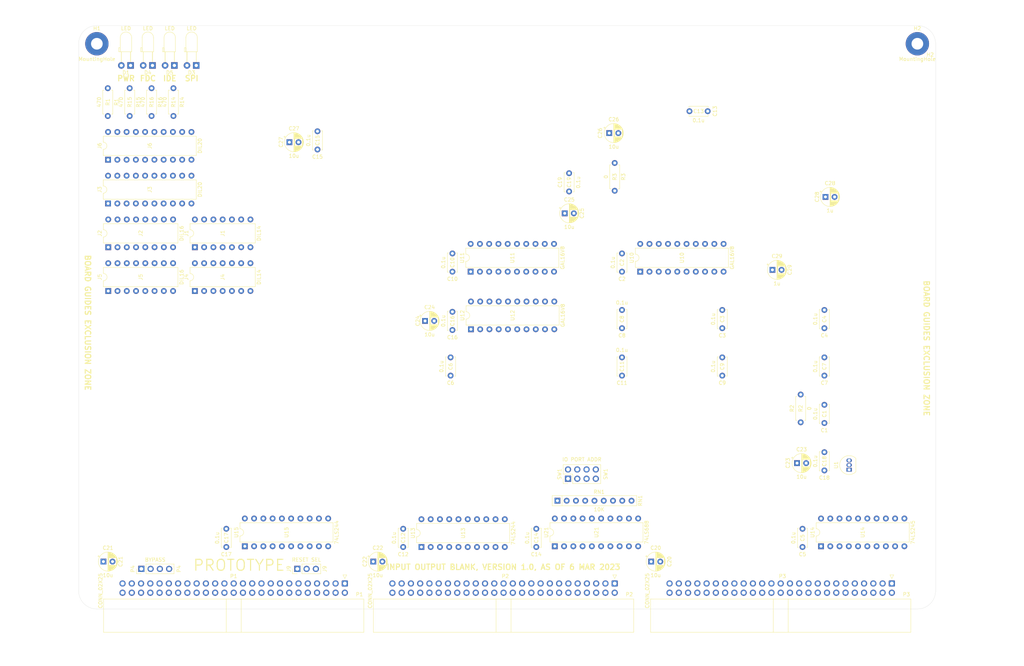
<source format=kicad_pcb>
(kicad_pcb (version 20211014) (generator pcbnew)
  (layers (0 "F.Cu" signal) (31 "B.Cu" signal) (34 "B.Paste" user) (35 "F.Paste" user) (36 "B.SilkS" user "B.Silkscreen") (37 "F.SilkS" user "F.Silkscreen") (38 "B.Mask" user) (39 "F.Mask" user) (44 "Edge.Cuts" user))
  (net 0 "")
  (net 1 "GND")
  (net 2 "VCC")
  (net 3 "VDD")
  (net 4 "Net-(D3-Pad2)")
  (net 5 "~{CS_BLANK}")
  (net 6 "Net-(D4-Pad2)")
  (net 7 "Net-(D3-Pad1)")
  (net 8 "Net-(RN1-Pad9)")
  (net 9 "Net-(RN1-Pad5)")
  (net 10 "Net-(RN1-Pad4)")
  (net 11 "Net-(RN1-Pad3)")
  (net 12 "Net-(RN1-Pad2)")
  (net 13 "Net-(D1-Pad2)")
  (net 14 "-12V")
  (net 15 "~{EIRQ0}")
  (net 16 "~{EIRQ1}")
  (net 17 "~{EIRQ2}")
  (net 18 "~{EIRQ3}")
  (net 19 "~{EIRQ4}")
  (net 20 "~{EIRQ5}")
  (net 21 "~{EIRQ6}")
  (net 22 "~{EIRQ7}")
  (net 23 "~{INT0}")
  (net 24 "~{M1}")
  (net 25 "~{IORQ}")
  (net 26 "~{WR}")
  (net 27 "~{RD}")
  (net 28 "A0")
  (net 29 "A1")
  (net 30 "A2")
  (net 31 "A3")
  (net 32 "A4")
  (net 33 "A5")
  (net 34 "A6")
  (net 35 "A7")
  (net 36 "+12V")
  (net 37 "D0")
  (net 38 "D1")
  (net 39 "D2")
  (net 40 "D3")
  (net 41 "D4")
  (net 42 "D5")
  (net 43 "D6")
  (net 44 "D7")
  (net 45 "ONE")
  (net 46 "ZERO")
  (net 47 "bD6")
  (net 48 "bD5")
  (net 49 "bD4")
  (net 50 "bD3")
  (net 51 "bD2")
  (net 52 "bD1")
  (net 53 "bD0")
  (net 54 "~{bWR}")
  (net 55 "~{bRD}")
  (net 56 "bA0")
  (net 57 "bD7")
  (net 58 "~{bRESET}")
  (net 59 "~{bM1}")
  (net 60 "bA7")
  (net 61 "bA6")
  (net 62 "bA5")
  (net 63 "bA4")
  (net 64 "~{bIORQ}")
  (net 65 "bA1")
  (net 66 "bA2")
  (net 67 "bA3")
  (net 168 "/bus/D15")
  (net 169 "/bus/D31")
  (net 170 "/bus/D14")
  (net 171 "/bus/D30")
  (net 172 "/bus/D13")
  (net 173 "/bus/D29")
  (net 174 "/bus/D12")
  (net 175 "/bus/D28")
  (net 176 "/bus/D11")
  (net 177 "/bus/D27")
  (net 178 "/bus/D10")
  (net 179 "/bus/D26")
  (net 180 "/bus/D9")
  (net 181 "/bus/D25")
  (net 182 "/bus/D8")
  (net 183 "/bus/D24")
  (net 184 "/bus/D23")
  (net 185 "/bus/D22")
  (net 186 "/bus/D21")
  (net 187 "/bus/D20")
  (net 188 "/bus/D19")
  (net 189 "/bus/D18")
  (net 190 "/bus/D17")
  (net 191 "/bus/D16")
  (net 192 "/bus/~{BUSERR}")
  (net 193 "/bus/UDS")
  (net 194 "/bus/~{VPA}")
  (net 195 "/bus/LDS")
  (net 196 "/bus/~{VMA}")
  (net 197 "/bus/S2")
  (net 198 "/bus/~{BHE}")
  (net 199 "/bus/S1")
  (net 200 "/bus/IPL2")
  (net 201 "/bus/S0")
  (net 202 "/bus/IPL1")
  (net 203 "/bus/AUXCLK3")
  (net 204 "/bus/IPL0")
  (net 205 "/bus/AUXCLK2")
  (net 206 "/bus/A15")
  (net 207 "/bus/A31")
  (net 208 "/bus/A14")
  (net 209 "/bus/A30")
  (net 210 "/bus/A13")
  (net 211 "/bus/A29")
  (net 212 "/bus/A12")
  (net 213 "/bus/A28")
  (net 214 "/bus/A11")
  (net 215 "/bus/A27")
  (net 216 "/bus/A10")
  (net 217 "/bus/A26")
  (net 218 "/bus/A9")
  (net 219 "/bus/A25")
  (net 220 "/bus/A8")
  (net 221 "/bus/A24")
  (net 222 "/bus/A23")
  (net 223 "/bus/A22")
  (net 224 "/bus/A21")
  (net 225 "/bus/A20")
  (net 226 "/bus/A19")
  (net 227 "/bus/A18")
  (net 228 "/bus/A17")
  (net 229 "/bus/A16")
  (net 230 "/bus/IC3")
  (net 231 "~{TEND1}")
  (net 232 "/bus/IC2")
  (net 233 "~{DREQ1}")
  (net 234 "/bus/IC1")
  (net 235 "~{TEND0}")
  (net 236 "/bus/IC0")
  (net 237 "~{DREQ0}")
  (net 238 "/bus/AUXCLK1")
  (net 239 "/bus/AUXCLK0")
  (net 240 "/bus/E")
  (net 241 "/bus/ST")
  (net 242 "/bus/PHI")
  (net 243 "/bus/~{MREQ}")
  (net 244 "/bus/~{INT2}")
  (net 245 "/bus/~{INT1}")
  (net 246 "/bus/~{BUSACK}")
  (net 247 "/bus/CRUCLK")
  (net 248 "/bus/CLK")
  (net 249 "/bus/CRUOUT")
  (net 250 "/bus/CRUIN")
  (net 251 "/bus/~{NMI}")
  (net 252 "~{RES_IN}")
  (net 253 "~{RES_OUT}")
  (net 254 "/bus/USER8")
  (net 255 "/bus/~{BUSRQ}")
  (net 256 "/bus/USER7")
  (net 257 "/bus/~{WAIT}")
  (net 258 "/bus/USER6")
  (net 259 "/bus/~{HALT}")
  (net 260 "/bus/USER5")
  (net 261 "/bus/~{RFSH}")
  (net 262 "/bus/USER4")
  (net 263 "/bus/USER3")
  (net 264 "/bus/USER2")
  (net 265 "/bus/USER1")
  (net 266 "/bus/USER0")
  (net 267 "~{BAI}")
  (net 268 "~{BAO}")
  (net 269 "~{IEI}")
  (net 270 "~{IEO}")
  (net 271 "/bus/I2C_RX")
  (net 272 "/bus/I2C_TX")
  (net 273 "/GAL/~{CS_FDC_LED}")
  (net 277 "~{CS_DISK}")
  (net 278 "~{CS_FDC}")
  (net 279 "~{CS_PPIDE}")
  (net 280 "Net-(D5-Pad1)")
  (net 281 "Net-(D5-Pad2)")
  (net 282 "~{PULSE}")
  (net 283 "~{SPI_RD}")
  (net 284 "~{SPI_WR}")
  (net 297 "~{MSR-DATA}")
  (net 298 "~{FDC-DACK}")
  (net 299 "FDC-TC")
  (net 300 "~{LDOR}")
  (net 301 "~{LDCR}")
  (net 302 "FDC-RESET")
  (net 325 "Net-(J9-Pad2)")
  (footprint "MountingHole:MountingHole_3.2mm_M3_Pad" (layer "F.Cu") (at 265 75)
    (fp_text reference "H2" (at 0 -4.2) (layer "F.SilkS"))
    (fp_text value "MountingHole" (at 0 4.2) (layer "F.SilkS"))
    (fp_text user "${REFERENCE}" (at 3.5 3) (layer "F.SilkS"))
    (pad "1" thru_hole circle (at 0 0) (size 6.4 6.4) (drill 3.2) (layers *.Cu *.Mask) (net 1 "GND"))
  )
  (footprint "MountingHole:MountingHole_3.2mm_M3_Pad" (layer "F.Cu") (at 40 75)
    (fp_text reference "H1" (at 0 -4.2) (layer "F.SilkS"))
    (fp_text value "MountingHole" (at 0 4.2) (layer "F.SilkS"))
    (pad "1" thru_hole circle (at 0 0) (size 6.4 6.4) (drill 3.2) (layers *.Cu *.Mask) (net 1 "GND"))
  )
  (footprint "Connector_IDC:IDC-Header_2x25_P2.54mm_Horizontal" (layer "F.Cu") (at 182 223 -90)
    (fp_text reference "P2" (at 3 -4 180) (layer "F.SilkS"))
    (fp_text value "CONN_02X25" (at 2 67.06 90) (layer "F.SilkS"))
    (fp_text user "${REFERENCE}" (at -2 30) (layer "F.SilkS"))
    (pad "1" thru_hole roundrect (at 0 0 270) (size 1.7 1.7) (drill 1) (layers *.Cu *.Mask) (roundrect_rratio 0.147059) (net 2 "VCC"))
    (pad "2" thru_hole circle (at 2.54 0 270) (size 1.7 1.7) (drill 1) (layers *.Cu *.Mask) (net 2 "VCC"))
    (pad "3" thru_hole circle (at 0 2.54 270) (size 1.7 1.7) (drill 1) (layers *.Cu *.Mask) (net 206 "/bus/A15"))
    (pad "4" thru_hole circle (at 2.54 2.54 270) (size 1.7 1.7) (drill 1) (layers *.Cu *.Mask) (net 207 "/bus/A31"))
    (pad "5" thru_hole circle (at 0 5.08 270) (size 1.7 1.7) (drill 1) (layers *.Cu *.Mask) (net 208 "/bus/A14"))
    (pad "6" thru_hole circle (at 2.54 5.08 270) (size 1.7 1.7) (drill 1) (layers *.Cu *.Mask) (net 209 "/bus/A30"))
    (pad "7" thru_hole circle (at 0 7.62 270) (size 1.7 1.7) (drill 1) (layers *.Cu *.Mask) (net 210 "/bus/A13"))
    (pad "8" thru_hole circle (at 2.54 7.62 270) (size 1.7 1.7) (drill 1) (layers *.Cu *.Mask) (net 211 "/bus/A29"))
    (pad "9" thru_hole circle (at 0 10.16 270) (size 1.7 1.7) (drill 1) (layers *.Cu *.Mask) (net 212 "/bus/A12"))
    (pad "10" thru_hole circle (at 2.54 10.16 270) (size 1.7 1.7) (drill 1) (layers *.Cu *.Mask) (net 213 "/bus/A28"))
    (pad "11" thru_hole circle (at 0 12.7 270) (size 1.7 1.7) (drill 1) (layers *.Cu *.Mask) (net 214 "/bus/A11"))
    (pad "12" thru_hole circle (at 2.54 12.7 270) (size 1.7 1.7) (drill 1) (layers *.Cu *.Mask) (net 215 "/bus/A27"))
    (pad "13" thru_hole circle (at 0 15.24 270) (size 1.7 1.7) (drill 1) (layers *.Cu *.Mask) (net 216 "/bus/A10"))
    (pad "14" thru_hole circle (at 2.54 15.24 270) (size 1.7 1.7) (drill 1) (layers *.Cu *.Mask) (net 217 "/bus/A26"))
    (pad "15" thru_hole circle (at 0 17.78 270) (size 1.7 1.7) (drill 1) (layers *.Cu *.Mask) (net 218 "/bus/A9"))
    (pad "16" thru_hole circle (at 2.54 17.78 270) (size 1.7 1.7) (drill 1) (layers *.Cu *.Mask) (net 219 "/bus/A25"))
    (pad "17" thru_hole circle (at 0 20.32 270) (size 1.7 1.7) (drill 1) (layers *.Cu *.Mask) (net 220 "/bus/A8"))
    (pad "18" thru_hole circle (at 2.54 20.32 270) (size 1.7 1.7) (drill 1) (layers *.Cu *.Mask) (net 221 "/bus/A24"))
    (pad "19" thru_hole circle (at 0 22.86 270) (size 1.7 1.7) (drill 1) (layers *.Cu *.Mask) (net 36 "+12V"))
    (pad "20" thru_hole circle (at 2.54 22.86 270) (size 1.7 1.7) (drill 1) (layers *.Cu *.Mask) (net 36 "+12V"))
    (pad "21" thru_hole circle (at 0 25.4 270) (size 1.7 1.7) (drill 1) (layers *.Cu *.Mask) (net 35 "A7"))
    (pad "22" thru_hole circle (at 2.54 25.4 270) (size 1.7 1.7) (drill 1) (layers *.Cu *.Mask) (net 222 "/bus/A23"))
    (pad "23" thru_hole circle (at 0 27.94 270) (size 1.7 1.7) (drill 1) (layers *.Cu *.Mask) (net 34 "A6"))
    (pad "24" thru_hole circle (at 2.54 27.94 270) (size 1.7 1.7) (drill 1) (layers *.Cu *.Mask) (net 223 "/bus/A22"))
    (pad "25" thru_hole circle (at 0 30.48 270) (size 1.7 1.7) (drill 1) (layers *.Cu *.Mask) (net 33 "A5"))
    (pad "26" thru_hole circle (at 2.54 30.48 270) (size 1.7 1.7) (drill 1) (layers *.Cu *.Mask) (net 224 "/bus/A21"))
    (pad "27" thru_hole circle (at 0 33.02 270) (size 1.7 1.7) (drill 1) (layers *.Cu *.Mask) (net 32 "A4"))
    (pad "28" thru_hole circle (at 2.54 33.02 270) (size 1.7 1.7) (drill 1) (layers *.Cu *.Mask) (net 225 "/bus/A20"))
    (pad "29" thru_hole circle (at 0 35.56 270) (size 1.7 1.7) (drill 1) (layers *.Cu *.Mask) (net 31 "A3"))
    (pad "30" thru_hole circle (at 2.54 35.56 270) (size 1.7 1.7) (drill 1) (layers *.Cu *.Mask) (net 226 "/bus/A19"))
    (pad "31" thru_hole circle (at 0 38.1 270) (size 1.7 1.7) (drill 1) (layers *.Cu *.Mask) (net 30 "A2"))
    (pad "32" thru_hole circle (at 2.54 38.1 270) (size 1.7 1.7) (drill 1) (layers *.Cu *.Mask) (net 227 "/bus/A18"))
    (pad "33" thru_hole circle (at 0 40.64 270) (size 1.7 1.7) (drill 1) (layers *.Cu *.Mask) (net 29 "A1"))
    (pad "34" thru_hole circle (at 2.54 40.64 270) (size 1.7 1.7) (drill 1) (layers *.Cu *.Mask) (net 228 "/bus/A17"))
    (pad "35" thru_hole circle (at 0 43.18 270) (size 1.7 1.7) (drill 1) (layers *.Cu *.Mask) (net 28 "A0"))
    (pad "36" thru_hole circle (at 2.54 43.18 270) (size 1.7 1.7) (drill 1) (layers *.Cu *.Mask) (net 229 "/bus/A16"))
    (pad "37" thru_hole circle (at 0 45.72 270) (size 1.7 1.7) (drill 1) (layers *.Cu *.Mask) (net 14 "-12V"))
    (pad "38" thru_hole circle (at 2.54 45.72 270) (size 1.7 1.7) (drill 1) (layers *.Cu *.Mask) (net 14 "-12V"))
    (pad "39" thru_hole circle (at 0 48.26 270) (size 1.7 1.7) (drill 1) (layers *.Cu *.Mask) (net 230 "/bus/IC3"))
    (pad "40" thru_hole circle (at 2.54 48.26 270) (size 1.7 1.7) (drill 1) (layers *.Cu *.Mask) (net 231 "~{TEND1}"))
    (pad "41" thru_hole circle (at 0 50.8 270) (size 1.7 1.7) (drill 1) (layers *.Cu *.Mask) (net 232 "/bus/IC2"))
    (pad "42" thru_hole circle (at 2.54 50.8 270) (size 1.7 1.7) (drill 1) (layers *.Cu *.Mask) (net 233 "~{DREQ1}"))
    (pad "43" thru_hole circle (at 0 53.34 270) (size 1.7 1.7) (drill 1) (layers *.Cu *.Mask) (net 234 "/bus/IC1"))
    (pad "44" thru_hole circle (at 2.54 53.34 270) (size 1.7 1.7) (drill 1) (layers *.Cu *.Mask) (net 235 "~{TEND0}"))
    (pad "45" thru_hole circle (at 0 55.88 270) (size 1.7 1.7) (drill 1) (layers *.Cu *.Mask) (net 236 "/bus/IC0"))
    (pad "46" thru_hole circle (at 2.54 55.88 270) (size 1.7 1.7) (drill 1) (layers *.Cu *.Mask) (net 237 "~{DREQ0}"))
    (pad "47" thru_hole circle (at 0 58.42 270) (size 1.7 1.7) (drill 1) (layers *.Cu *.Mask) (net 238 "/bus/AUXCLK1"))
    (pad "48" thru_hole circle (at 2.54 58.42 270) (size 1.7 1.7) (drill 1) (layers *.Cu *.Mask) (net 239 "/bus/AUXCLK0"))
    (pad "49" thru_hole circle (at 0 60.96 270) (size 1.7 1.7) (drill 1) (layers *.Cu *.Mask) (net 1 "GND"))
    (pad "50" thru_hole circle (at 2.54 60.96 270) (size 1.7 1.7) (drill 1) (layers *.Cu *.Mask) (net 1 "GND"))
  )
  (footprint "Connector_IDC:IDC-Header_2x25_P2.54mm_Horizontal" (layer "F.Cu") (at 258 223 -90)
    (fp_text reference "P3" (at 3 -4 180) (layer "F.SilkS"))
    (fp_text value "CONN_02X25" (at 2 67.06 90) (layer "F.SilkS"))
    (fp_text user "${REFERENCE}" (at -2 30) (layer "F.SilkS"))
    (pad "1" thru_hole roundrect (at 0 0 270) (size 1.7 1.7) (drill 1) (layers *.Cu *.Mask) (roundrect_rratio 0.147059) (net 2 "VCC"))
    (pad "2" thru_hole circle (at 2.54 0 270) (size 1.7 1.7) (drill 1) (layers *.Cu *.Mask) (net 2 "VCC"))
    (pad "3" thru_hole circle (at 0 2.54 270) (size 1.7 1.7) (drill 1) (layers *.Cu *.Mask) (net 168 "/bus/D15"))
    (pad "4" thru_hole circle (at 2.54 2.54 270) (size 1.7 1.7) (drill 1) (layers *.Cu *.Mask) (net 169 "/bus/D31"))
    (pad "5" thru_hole circle (at 0 5.08 270) (size 1.7 1.7) (drill 1) (layers *.Cu *.Mask) (net 170 "/bus/D14"))
    (pad "6" thru_hole circle (at 2.54 5.08 270) (size 1.7 1.7) (drill 1) (layers *.Cu *.Mask) (net 171 "/bus/D30"))
    (pad "7" thru_hole circle (at 0 7.62 270) (size 1.7 1.7) (drill 1) (layers *.Cu *.Mask) (net 172 "/bus/D13"))
    (pad "8" thru_hole circle (at 2.54 7.62 270) (size 1.7 1.7) (drill 1) (layers *.Cu *.Mask) (net 173 "/bus/D29"))
    (pad "9" thru_hole circle (at 0 10.16 270) (size 1.7 1.7) (drill 1) (layers *.Cu *.Mask) (net 174 "/bus/D12"))
    (pad "10" thru_hole circle (at 2.54 10.16 270) (size 1.7 1.7) (drill 1) (layers *.Cu *.Mask) (net 175 "/bus/D28"))
    (pad "11" thru_hole circle (at 0 12.7 270) (size 1.7 1.7) (drill 1) (layers *.Cu *.Mask) (net 176 "/bus/D11"))
    (pad "12" thru_hole circle (at 2.54 12.7 270) (size 1.7 1.7) (drill 1) (layers *.Cu *.Mask) (net 177 "/bus/D27"))
    (pad "13" thru_hole circle (at 0 15.24 270) (size 1.7 1.7) (drill 1) (layers *.Cu *.Mask) (net 178 "/bus/D10"))
    (pad "14" thru_hole circle (at 2.54 15.24 270) (size 1.7 1.7) (drill 1) (layers *.Cu *.Mask) (net 179 "/bus/D26"))
    (pad "15" thru_hole circle (at 0 17.78 270) (size 1.7 1.7) (drill 1) (layers *.Cu *.Mask) (net 180 "/bus/D9"))
    (pad "16" thru_hole circle (at 2.54 17.78 270) (size 1.7 1.7) (drill 1) (layers *.Cu *.Mask) (net 181 "/bus/D25"))
    (pad "17" thru_hole circle (at 0 20.32 270) (size 1.7 1.7) (drill 1) (layers *.Cu *.Mask) (net 182 "/bus/D8"))
    (pad "18" thru_hole circle (at 2.54 20.32 270) (size 1.7 1.7) (drill 1) (layers *.Cu *.Mask) (net 183 "/bus/D24"))
    (pad "19" thru_hole circle (at 0 22.86 270) (size 1.7 1.7) (drill 1) (layers *.Cu *.Mask) (net 44 "D7"))
    (pad "20" thru_hole circle (at 2.54 22.86 270) (size 1.7 1.7) (drill 1) (layers *.Cu *.Mask) (net 184 "/bus/D23"))
    (pad "21" thru_hole circle (at 0 25.4 270) (size 1.7 1.7) (drill 1) (layers *.Cu *.Mask) (net 43 "D6"))
    (pad "22" thru_hole circle (at 2.54 25.4 270) (size 1.7 1.7) (drill 1) (layers *.Cu *.Mask) (net 185 "/bus/D22"))
    (pad "23" thru_hole circle (at 0 27.94 270) (size 1.7 1.7) (drill 1) (layers *.Cu *.Mask) (net 42 "D5"))
    (pad "24" thru_hole circle (at 2.54 27.94 270) (size 1.7 1.7) (drill 1) (layers *.Cu *.Mask) (net 186 "/bus/D21"))
    (pad "25" thru_hole circle (at 0 30.48 270) (size 1.7 1.7) (drill 1) (layers *.Cu *.Mask) (net 41 "D4"))
    (pad "26" thru_hole circle (at 2.54 30.48 270) (size 1.7 1.7) (drill 1) (layers *.Cu *.Mask) (net 187 "/bus/D20"))
    (pad "27" thru_hole circle (at 0 33.02 270) (size 1.7 1.7) (drill 1) (layers *.Cu *.Mask) (net 40 "D3"))
    (pad "28" thru_hole circle (at 2.54 33.02 270) (size 1.7 1.7) (drill 1) (layers *.Cu *.Mask) (net 188 "/bus/D19"))
    (pad "29" thru_hole circle (at 0 35.56 270) (size 1.7 1.7) (drill 1) (layers *.Cu *.Mask) (net 39 "D2"))
    (pad "30" thru_hole circle (at 2.54 35.56 270) (size 1.7 1.7) (drill 1) (layers *.Cu *.Mask) (net 189 "/bus/D18"))
    (pad "31" thru_hole circle (at 0 38.1 270) (size 1.7 1.7) (drill 1) (layers *.Cu *.Mask) (net 38 "D1"))
    (pad "32" thru_hole circle (at 2.54 38.1 270) (size 1.7 1.7) (drill 1) (layers *.Cu *.Mask) (net 190 "/bus/D17"))
    (pad "33" thru_hole circle (at 0 40.64 270) (size 1.7 1.7) (drill 1) (layers *.Cu *.Mask) (net 37 "D0"))
    (pad "34" thru_hole circle (at 2.54 40.64 270) (size 1.7 1.7) (drill 1) (layers *.Cu *.Mask) (net 191 "/bus/D16"))
    (pad "35" thru_hole circle (at 0 43.18 270) (size 1.7 1.7) (drill 1) (layers *.Cu *.Mask) (net 192 "/bus/~{BUSERR}"))
    (pad "36" thru_hole circle (at 2.54 43.18 270) (size 1.7 1.7) (drill 1) (layers *.Cu *.Mask) (net 193 "/bus/UDS"))
    (pad "37" thru_hole circle (at 0 45.72 270) (size 1.7 1.7) (drill 1) (layers *.Cu *.Mask) (net 194 "/bus/~{VPA}"))
    (pad "38" thru_hole circle (at 2.54 45.72 270) (size 1.7 1.7) (drill 1) (layers *.Cu *.Mask) (net 195 "/bus/LDS"))
    (pad "39" thru_hole circle (at 0 48.26 270) (size 1.7 1.7) (drill 1) (layers *.Cu *.Mask) (net 196 "/bus/~{VMA}"))
    (pad "40" thru_hole circle (at 2.54 48.26 270) (size 1.7 1.7) (drill 1) (layers *.Cu *.Mask) (net 197 "/bus/S2"))
    (pad "41" thru_hole circle (at 0 50.8 270) (size 1.7 1.7) (drill 1) (layers *.Cu *.Mask) (net 198 "/bus/~{BHE}"))
    (pad "42" thru_hole circle (at 2.54 50.8 270) (size 1.7 1.7) (drill 1) (layers *.Cu *.Mask) (net 199 "/bus/S1"))
    (pad "43" thru_hole circle (at 0 53.34 270) (size 1.7 1.7) (drill 1) (layers *.Cu *.Mask) (net 200 "/bus/IPL2"))
    (pad "44" thru_hole circle (at 2.54 53.34 270) (size 1.7 1.7) (drill 1) (layers *.Cu *.Mask) (net 201 "/bus/S0"))
    (pad "45" thru_hole circle (at 0 55.88 270) (size 1.7 1.7) (drill 1) (layers *.Cu *.Mask) (net 202 "/bus/IPL1"))
    (pad "46" thru_hole circle (at 2.54 55.88 270) (size 1.7 1.7) (drill 1) (layers *.Cu *.Mask) (net 203 "/bus/AUXCLK3"))
    (pad "47" thru_hole circle (at 0 58.42 270) (size 1.7 1.7) (drill 1) (layers *.Cu *.Mask) (net 204 "/bus/IPL0"))
    (pad "48" thru_hole circle (at 2.54 58.42 270) (size 1.7 1.7) (drill 1) (layers *.Cu *.Mask) (net 205 "/bus/AUXCLK2"))
    (pad "49" thru_hole circle (at 0 60.96 270) (size 1.7 1.7) (drill 1) (layers *.Cu *.Mask) (net 1 "GND"))
    (pad "50" thru_hole circle (at 2.54 60.96 270) (size 1.7 1.7) (drill 1) (layers *.Cu *.Mask) (net 1 "GND"))
  )
  (footprint "Connector_IDC:IDC-Header_2x25_P2.54mm_Horizontal" (layer "F.Cu") (at 108 223 -90)
    (fp_text reference "P1" (at 3 -4 180) (layer "F.SilkS"))
    (fp_text value "CONN_02X25" (at 2 67 90) (layer "F.SilkS"))
    (fp_text user "${REFERENCE}" (at -2 30.48) (layer "F.SilkS"))
    (pad "1" thru_hole roundrect (at 0 0 270) (size 1.7 1.7) (drill 1) (layers *.Cu *.Mask) (roundrect_rratio 0.147059) (net 2 "VCC"))
    (pad "2" thru_hole circle (at 2.54 0 270) (size 1.7 1.7) (drill 1) (layers *.Cu *.Mask) (net 2 "VCC"))
    (pad "3" thru_hole circle (at 0 2.54 270) (size 1.7 1.7) (drill 1) (layers *.Cu *.Mask) (net 27 "~{RD}"))
    (pad "4" thru_hole circle (at 2.54 2.54 270) (size 1.7 1.7) (drill 1) (layers *.Cu *.Mask) (net 240 "/bus/E"))
    (pad "5" thru_hole circle (at 0 5.08 270) (size 1.7 1.7) (drill 1) (layers *.Cu *.Mask) (net 26 "~{WR}"))
    (pad "6" thru_hole circle (at 2.54 5.08 270) (size 1.7 1.7) (drill 1) (layers *.Cu *.Mask) (net 241 "/bus/ST"))
    (pad "7" thru_hole circle (at 0 7.62 270) (size 1.7 1.7) (drill 1) (layers *.Cu *.Mask) (net 25 "~{IORQ}"))
    (pad "8" thru_hole circle (at 2.54 7.62 270) (size 1.7 1.7) (drill 1) (layers *.Cu *.Mask) (net 242 "/bus/PHI"))
    (pad "9" thru_hole circle (at 0 10.16 270) (size 1.7 1.7) (drill 1) (layers *.Cu *.Mask) (net 243 "/bus/~{MREQ}"))
    (pad "10" thru_hole circle (at 2.54 10.16 270) (size 1.7 1.7) (drill 1) (layers *.Cu *.Mask) (net 244 "/bus/~{INT2}"))
    (pad "11" thru_hole circle (at 0 12.7 270) (size 1.7 1.7) (drill 1) (layers *.Cu *.Mask) (net 24 "~{M1}"))
    (pad "12" thru_hole circle (at 2.54 12.7 270) (size 1.7 1.7) (drill 1) (layers *.Cu *.Mask) (net 245 "/bus/~{INT1}"))
    (pad "13" thru_hole circle (at 0 15.24 270) (size 1.7 1.7) (drill 1) (layers *.Cu *.Mask) (net 246 "/bus/~{BUSACK}"))
    (pad "14" thru_hole circle (at 2.54 15.24 270) (size 1.7 1.7) (drill 1) (layers *.Cu *.Mask) (net 247 "/bus/CRUCLK"))
    (pad "15" thru_hole circle (at 0 17.78 270) (size 1.7 1.7) (drill 1) (layers *.Cu *.Mask) (net 248 "/bus/CLK"))
    (pad "16" thru_hole circle (at 2.54 17.78 270) (size 1.7 1.7) (drill 1) (layers *.Cu *.Mask) (net 249 "/bus/CRUOUT"))
    (pad "17" thru_hole circle (at 0 20.32 270) (size 1.7 1.7) (drill 1) (layers *.Cu *.Mask) (net 23 "~{INT0}"))
    (pad "18" thru_hole circle (at 2.54 20.32 270) (size 1.7 1.7) (drill 1) (layers *.Cu *.Mask) (net 250 "/bus/CRUIN"))
    (pad "19" thru_hole circle (at 0 22.86 270) (size 1.7 1.7) (drill 1) (layers *.Cu *.Mask) (net 251 "/bus/~{NMI}"))
    (pad "20" thru_hole circle (at 2.54 22.86 270) (size 1.7 1.7) (drill 1) (layers *.Cu *.Mask) (net 252 "~{RES_IN}"))
    (pad "21" thru_hole circle (at 0 25.4 270) (size 1.7 1.7) (drill 1) (layers *.Cu *.Mask) (net 253 "~{RES_OUT}"))
    (pad "22" thru_hole circle (at 2.54 25.4 270) (size 1.7 1.7) (drill 1) (layers *.Cu *.Mask) (net 254 "/bus/USER8"))
    (pad "23" thru_hole circle (at 0 27.94 270) (size 1.7 1.7) (drill 1) (layers *.Cu *.Mask) (net 255 "/bus/~{BUSRQ}"))
    (pad "24" thru_hole circle (at 2.54 27.94 270) (size 1.7 1.7) (drill 1) (layers *.Cu *.Mask) (net 256 "/bus/USER7"))
    (pad "25" thru_hole circle (at 0 30.48 270) (size 1.7 1.7) (drill 1) (layers *.Cu *.Mask) (net 257 "/bus/~{WAIT}"))
    (pad "26" thru_hole circle (at 2.54 30.48 270) (size 1.7 1.7) (drill 1) (layers *.Cu *.Mask) (net 258 "/bus/USER6"))
    (pad "27" thru_hole circle (at 0 33.02 270) (size 1.7 1.7) (drill 1) (layers *.Cu *.Mask) (net 259 "/bus/~{HALT}"))
    (pad "28" thru_hole circle (at 2.54 33.02 270) (size 1.7 1.7) (drill 1) (layers *.Cu *.Mask) (net 260 "/bus/USER5"))
    (pad "29" thru_hole circle (at 0 35.56 270) (size 1.7 1.7) (drill 1) (layers *.Cu *.Mask) (net 261 "/bus/~{RFSH}"))
    (pad "30" thru_hole circle (at 2.54 35.56 270) (size 1.7 1.7) (drill 1) (layers *.Cu *.Mask) (net 262 "/bus/USER4"))
    (pad "31" thru_hole circle (at 0 38.1 270) (size 1.7 1.7) (drill 1) (layers *.Cu *.Mask) (net 22 "~{EIRQ7}"))
    (pad "32" thru_hole circle (at 2.54 38.1 270) (size 1.7 1.7) (drill 1) (layers *.Cu *.Mask) (net 263 "/bus/USER3"))
    (pad "33" thru_hole circle (at 0 40.64 270) (size 1.7 1.7) (drill 1) (layers *.Cu *.Mask) (net 21 "~{EIRQ6}"))
    (pad "34" thru_hole circle (at 2.54 40.64 270) (size 1.7 1.7) (drill 1) (layers *.Cu *.Mask) (net 264 "/bus/USER2"))
    (pad "35" thru_hole circle (at 0 43.18 270) (size 1.7 1.7) (drill 1) (layers *.Cu *.Mask) (net 20 "~{EIRQ5}"))
    (pad "36" thru_hole circle (at 2.54 43.18 270) (size 1.7 1.7) (drill 1) (layers *.Cu *.Mask) (net 265 "/bus/USER1"))
    (pad "37" thru_hole circle (at 0 45.72 270) (size 1.7 1.7) (drill 1) (layers *.Cu *.Mask) (net 19 "~{EIRQ4}"))
    (pad "38" thru_hole circle (at 2.54 45.72 270) (size 1.7 1.7) (drill 1) (layers *.Cu *.Mask) (net 266 "/bus/USER0"))
    (pad "39" thru_hole circle (at 0 48.26 270) (size 1.7 1.7) (drill 1) (layers *.Cu *.Mask) (net 18 "~{EIRQ3}"))
    (pad "40" thru_hole circle (at 2.54 48.26 270) (size 1.7 1.7) (drill 1) (layers *.Cu *.Mask) (net 267 "~{BAI}"))
    (pad "41" thru_hole circle (at 0 50.8 270) (size 1.7 1.7) (drill 1) (layers *.Cu *.Mask) (net 17 "~{EIRQ2}"))
    (pad "42" thru_hole circle (at 2.54 50.8 270) (size 1.7 1.7) (drill 1) (layers *.Cu *.Mask) (net 268 "~{BAO}"))
    (pad "43" thru_hole circle (at 0 53.34 270) (size 1.7 1.7) (drill 1) (layers *.Cu *.Mask) (net 16 "~{EIRQ1}"))
    (pad "44" thru_hole circle (at 2.54 53.34 270) (size 1.7 1.7) (drill 1) (layers *.Cu *.Mask) (net 269 "~{IEI}"))
    (pad "45" thru_hole circle (at 0 55.88 270) (size 1.7 1.7) (drill 1) (layers *.Cu *.Mask) (net 15 "~{EIRQ0}"))
    (pad "46" thru_hole circle (at 2.54 55.88 270) (size 1.7 1.7) (drill 1) (layers *.Cu *.Mask) (net 270 "~{IEO}"))
    (pad "47" thru_hole circle (at 0 58.42 270) (size 1.7 1.7) (drill 1) (layers *.Cu *.Mask) (net 271 "/bus/I2C_RX"))
    (pad "48" thru_hole circle (at 2.54 58.42 270) (size 1.7 1.7) (drill 1) (layers *.Cu *.Mask) (net 272 "/bus/I2C_TX"))
    (pad "49" thru_hole circle (at 0 60.96 270) (size 1.7 1.7) (drill 1) (layers *.Cu *.Mask) (net 1 "GND"))
    (pad "50" thru_hole circle (at 2.54 60.96 270) (size 1.7 1.7) (drill 1) (layers *.Cu *.Mask) (net 1 "GND"))
  )
  (footprint "Capacitor_THT:C_Disc_D5.0mm_W2.5mm_P5.00mm" (layer "F.Cu") (at 137.5 148.5 -90)
    (fp_text reference "C16" (at 7 0 180) (layer "F.SilkS"))
    (fp_text value "0.1u" (at 2.5 2.5 90) (layer "F.SilkS"))
    (fp_text user "${REFERENCE}" (at 2.5 0 90) (layer "F.SilkS"))
    (pad "1" thru_hole circle (at 0 0 270) (size 1.6 1.6) (drill 0.8) (layers *.Cu *.Mask) (net 2 "VCC"))
    (pad "2" thru_hole circle (at 5 0 270) (size 1.6 1.6) (drill 0.8) (layers *.Cu *.Mask) (net 1 "GND"))
  )
  (footprint "Package_DIP:DIP-16_W7.62mm" (layer "F.Cu") (at 43.125 130.8 90)
    (fp_text reference "J2" (at 3.81 -2.33 90) (layer "F.SilkS"))
    (fp_text value "DIL16" (at 3.81 20.11 90) (layer "F.SilkS"))
    (fp_text user "${REFERENCE}" (at 3.81 8.89 90) (layer "F.SilkS"))
    (pad "1" thru_hole rect (at 0 0 90) (size 1.6 1.6) (drill 0.8) (layers *.Cu *.Mask))
    (pad "2" thru_hole oval (at 0 2.54 90) (size 1.6 1.6) (drill 0.8) (layers *.Cu *.Mask))
    (pad "3" thru_hole oval (at 0 5.08 90) (size 1.6 1.6) (drill 0.8) (layers *.Cu *.Mask))
    (pad "4" thru_hole oval (at 0 7.62 90) (size 1.6 1.6) (drill 0.8) (layers *.Cu *.Mask))
    (pad "5" thru_hole oval (at 0 10.16 90) (size 1.6 1.6) (drill 0.8) (layers *.Cu *.Mask))
    (pad "6" thru_hole oval (at 0 12.7 90) (size 1.6 1.6) (drill 0.8) (layers *.Cu *.Mask))
    (pad "7" thru_hole oval (at 0 15.24 90) (size 1.6 1.6) (drill 0.8) (layers *.Cu *.Mask))
    (pad "8" thru_hole oval (at 0 17.78 90) (size 1.6 1.6) (drill 0.8) (layers *.Cu *.Mask))
    (pad "9" thru_hole oval (at 7.62 17.78 90) (size 1.6 1.6) (drill 0.8) (layers *.Cu *.Mask))
    (pad "10" thru_hole oval (at 7.62 15.24 90) (size 1.6 1.6) (drill 0.8) (layers *.Cu *.Mask))
    (pad "11" thru_hole oval (at 7.62 12.7 90) (size 1.6 1.6) (drill 0.8) (layers *.Cu *.Mask))
    (pad "12" thru_hole oval (at 7.62 10.16 90) (size 1.6 1.6) (drill 0.8) (layers *.Cu *.Mask))
    (pad "13" thru_hole oval (at 7.62 7.62 90) (size 1.6 1.6) (drill 0.8) (layers *.Cu *.Mask))
    (pad "14" thru_hole oval (at 7.62 5.08 90) (size 1.6 1.6) (drill 0.8) (layers *.Cu *.Mask))
    (pad "15" thru_hole oval (at 7.62 2.54 90) (size 1.6 1.6) (drill 0.8) (layers *.Cu *.Mask))
    (pad "16" thru_hole oval (at 7.62 0 90) (size 1.6 1.6) (drill 0.8) (layers *.Cu *.Mask))
  )
  (footprint "Capacitor_THT:CP_Radial_D5.0mm_P2.50mm" (layer "F.Cu") (at 115.794888 217)
    (fp_text reference "C22" (at 1.25 -3.75) (layer "F.SilkS"))
    (fp_text value "10u" (at 1.25 3.75) (layer "F.SilkS"))
    (fp_text user "${REFERENCE}" (at -2.294888 0 90) (layer "F.SilkS"))
    (pad "1" thru_hole rect (at 0 0) (size 1.6 1.6) (drill 0.8) (layers *.Cu *.Mask) (net 2 "VCC"))
    (pad "2" thru_hole circle (at 2.5 0) (size 1.6 1.6) (drill 0.8) (layers *.Cu *.Mask) (net 1 "GND"))
  )
  (footprint "Capacitor_THT:C_Disc_D5.0mm_W2.5mm_P5.00mm" (layer "F.Cu") (at 137.5 132.5 -90)
    (fp_text reference "C10" (at 7 0 180) (layer "F.SilkS"))
    (fp_text value "0.1u" (at 2.5 2.5 90) (layer "F.SilkS"))
    (fp_text user "${REFERENCE}" (at 2.5 0 90) (layer "F.SilkS"))
    (pad "1" thru_hole circle (at 0 0 270) (size 1.6 1.6) (drill 0.8) (layers *.Cu *.Mask) (net 2 "VCC"))
    (pad "2" thru_hole circle (at 5 0 270) (size 1.6 1.6) (drill 0.8) (layers *.Cu *.Mask) (net 1 "GND"))
  )
  (footprint "LED_THT:LED_D3.0mm_Horizontal_O3.81mm_Z2.0mm" (layer "F.Cu") (at 49.25 80.95 180)
    (fp_text reference "D1" (at 1.27 -1.96) (layer "F.SilkS"))
    (fp_text value "LED" (at 1.27 10.17) (layer "F.SilkS"))
    (pad "1" thru_hole rect (at 0 0 180) (size 1.8 1.8) (drill 0.9) (layers *.Cu *.Mask) (net 1 "GND"))
    (pad "2" thru_hole circle (at 2.54 0 180) (size 1.8 1.8) (drill 0.9) (layers *.Cu *.Mask) (net 13 "Net-(D1-Pad2)"))
  )
  (footprint "Capacitor_THT:C_Disc_D5.0mm_W2.5mm_P5.00mm" (layer "F.Cu") (at 160.5 208 -90)
    (fp_text reference "C14" (at 7 0 180) (layer "F.SilkS"))
    (fp_text value "0.1u" (at 2.5 2.5 90) (layer "F.SilkS"))
    (fp_text user "${REFERENCE}" (at 2.5 0 90) (layer "F.SilkS"))
    (pad "1" thru_hole circle (at 0 0 270) (size 1.6 1.6) (drill 0.8) (layers *.Cu *.Mask) (net 2 "VCC"))
    (pad "2" thru_hole circle (at 5 0 270) (size 1.6 1.6) (drill 0.8) (layers *.Cu *.Mask) (net 1 "GND"))
  )
  (footprint "LED_THT:LED_D3.0mm_Horizontal_O3.81mm_Z2.0mm" (layer "F.Cu") (at 55.25 80.95 180)
    (fp_text reference "D4" (at 1.27 -1.96) (layer "F.SilkS"))
    (fp_text value "LED" (at 1.27 10.17) (layer "F.SilkS"))
    (pad "1" thru_hole rect (at 0 0 180) (size 1.8 1.8) (drill 0.9) (layers *.Cu *.Mask) (net 273 "/GAL/~{CS_FDC_LED}"))
    (pad "2" thru_hole circle (at 2.54 0 180) (size 1.8 1.8) (drill 0.9) (layers *.Cu *.Mask) (net 6 "Net-(D4-Pad2)"))
  )
  (footprint "Capacitor_THT:CP_Radial_D5.0mm_P2.50mm" (layer "F.Cu") (at 192 217)
    (fp_text reference "C20" (at 1.25 -3.75) (layer "F.SilkS"))
    (fp_text value "10u" (at 1.25 3.75) (layer "F.SilkS"))
    (fp_text user "${REFERENCE}" (at 5 0 90) (layer "F.SilkS"))
    (pad "1" thru_hole rect (at 0 0) (size 1.6 1.6) (drill 0.8) (layers *.Cu *.Mask) (net 2 "VCC"))
    (pad "2" thru_hole circle (at 2.5 0) (size 1.6 1.6) (drill 0.8) (layers *.Cu *.Mask) (net 1 "GND"))
  )
  (footprint "Capacitor_THT:C_Disc_D5.0mm_W2.5mm_P5.00mm" (layer "F.Cu") (at 239.5 161 -90)
    (fp_text reference "C7" (at 7 0 180) (layer "F.SilkS"))
    (fp_text value "0.1u" (at 2.5 2.5 90) (layer "F.SilkS"))
    (fp_text user "${REFERENCE}" (at 2.5 0 90) (layer "F.SilkS"))
    (pad "1" thru_hole circle (at 0 0 270) (size 1.6 1.6) (drill 0.8) (layers *.Cu *.Mask) (net 2 "VCC"))
    (pad "2" thru_hole circle (at 5 0 270) (size 1.6 1.6) (drill 0.8) (layers *.Cu *.Mask) (net 1 "GND"))
  )
  (footprint "Capacitor_THT:CP_Radial_D5.0mm_P2.50mm" (layer "F.Cu") (at 92.794888 102)
    (fp_text reference "C27" (at 1.25 -3.75) (layer "F.SilkS"))
    (fp_text value "10u" (at 1.25 3.75) (layer "F.SilkS"))
    (fp_text user "${REFERENCE}" (at -2.294888 0 90) (layer "F.SilkS"))
    (pad "1" thru_hole rect (at 0 0) (size 1.6 1.6) (drill 0.8) (layers *.Cu *.Mask) (net 2 "VCC"))
    (pad "2" thru_hole circle (at 2.5 0) (size 1.6 1.6) (drill 0.8) (layers *.Cu *.Mask) (net 1 "GND"))
  )
  (footprint "Package_DIP:DIP-16_W7.62mm" (layer "F.Cu") (at 43.125 142.8 90)
    (fp_text reference "J5" (at 3.81 -2.33 90) (layer "F.SilkS"))
    (fp_text value "DIL16" (at 3.81 20.11 90) (layer "F.SilkS"))
    (fp_text user "${REFERENCE}" (at 3.81 8.89 90) (layer "F.SilkS"))
    (pad "1" thru_hole rect (at 0 0 90) (size 1.6 1.6) (drill 0.8) (layers *.Cu *.Mask))
    (pad "2" thru_hole oval (at 0 2.54 90) (size 1.6 1.6) (drill 0.8) (layers *.Cu *.Mask))
    (pad "3" thru_hole oval (at 0 5.08 90) (size 1.6 1.6) (drill 0.8) (layers *.Cu *.Mask))
    (pad "4" thru_hole oval (at 0 7.62 90) (size 1.6 1.6) (drill 0.8) (layers *.Cu *.Mask))
    (pad "5" thru_hole oval (at 0 10.16 90) (size 1.6 1.6) (drill 0.8) (layers *.Cu *.Mask))
    (pad "6" thru_hole oval (at 0 12.7 90) (size 1.6 1.6) (drill 0.8) (layers *.Cu *.Mask))
    (pad "7" thru_hole oval (at 0 15.24 90) (size 1.6 1.6) (drill 0.8) (layers *.Cu *.Mask))
    (pad "8" thru_hole oval (at 0 17.78 90) (size 1.6 1.6) (drill 0.8) (layers *.Cu *.Mask))
    (pad "9" thru_hole oval (at 7.62 17.78 90) (size 1.6 1.6) (drill 0.8) (layers *.Cu *.Mask))
    (pad "10" thru_hole oval (at 7.62 15.24 90) (size 1.6 1.6) (drill 0.8) (layers *.Cu *.Mask))
    (pad "11" thru_hole oval (at 7.62 12.7 90) (size 1.6 1.6) (drill 0.8) (layers *.Cu *.Mask))
    (pad "12" thru_hole oval (at 7.62 10.16 90) (size 1.6 1.6) (drill 0.8) (layers *.Cu *.Mask))
    (pad "13" thru_hole oval (at 7.62 7.62 90) (size 1.6 1.6) (drill 0.8) (layers *.Cu *.Mask))
    (pad "14" thru_hole oval (at 7.62 5.08 90) (size 1.6 1.6) (drill 0.8) (layers *.Cu *.Mask))
    (pad "15" thru_hole oval (at 7.62 2.54 90) (size 1.6 1.6) (drill 0.8) (layers *.Cu *.Mask))
    (pad "16" thru_hole oval (at 7.62 0 90) (size 1.6 1.6) (drill 0.8) (layers *.Cu *.Mask))
  )
  (footprint "Package_DIP:DIP-20_W7.62mm" (layer "F.Cu") (at 165.575 212.8 90)
    (fp_text reference "U21" (at 3.81 -2.33 90) (layer "F.SilkS"))
    (fp_text value "74LS688" (at 3.81 25.19 90) (layer "F.SilkS"))
    (fp_text user "${REFERENCE}" (at 3.81 11.43 90) (layer "F.SilkS"))
    (pad "1" thru_hole rect (at 0 0 90) (size 1.6 1.6) (drill 0.8) (layers *.Cu *.Mask) (net 64 "~{bIORQ}"))
    (pad "2" thru_hole oval (at 0 2.54 90) (size 1.6 1.6) (drill 0.8) (layers *.Cu *.Mask) (net 59 "~{bM1}"))
    (pad "3" thru_hole oval (at 0 5.08 90) (size 1.6 1.6) (drill 0.8) (layers *.Cu *.Mask) (net 8 "Net-(RN1-Pad9)"))
    (pad "4" thru_hole oval (at 0 7.62 90) (size 1.6 1.6) (drill 0.8) (layers *.Cu *.Mask) (net 8 "Net-(RN1-Pad9)"))
    (pad "5" thru_hole oval (at 0 10.16 90) (size 1.6 1.6) (drill 0.8) (layers *.Cu *.Mask) (net 8 "Net-(RN1-Pad9)"))
    (pad "6" thru_hole oval (at 0 12.7 90) (size 1.6 1.6) (drill 0.8) (layers *.Cu *.Mask) (net 8 "Net-(RN1-Pad9)"))
    (pad "7" thru_hole oval (at 0 15.24 90) (size 1.6 1.6) (drill 0.8) (layers *.Cu *.Mask) (net 8 "Net-(RN1-Pad9)"))
    (pad "8" thru_hole oval (at 0 17.78 90) (size 1.6 1.6) (drill 0.8) (layers *.Cu *.Mask) (net 8 "Net-(RN1-Pad9)"))
    (pad "9" thru_hole oval (at 0 20.32 90) (size 1.6 1.6) (drill 0.8) (layers *.Cu *.Mask) (net 8 "Net-(RN1-Pad9)"))
    (pad "10" thru_hole oval (at 0 22.86 90) (size 1.6 1.6) (drill 0.8) (layers *.Cu *.Mask) (net 1 "GND"))
    (pad "11" thru_hole oval (at 7.62 22.86 90) (size 1.6 1.6) (drill 0.8) (layers *.Cu *.Mask) (net 63 "bA4"))
    (pad "12" thru_hole oval (at 7.62 20.32 90) (size 1.6 1.6) (drill 0.8) (layers *.Cu *.Mask) (net 9 "Net-(RN1-Pad5)"))
    (pad "13" thru_hole oval (at 7.62 17.78 90) (size 1.6 1.6) (drill 0.8) (layers *.Cu *.Mask) (net 62 "bA5"))
    (pad "14" thru_hole oval (at 7.62 15.24 90) (size 1.6 1.6) (drill 0.8) (layers *.Cu *.Mask) (net 10 "Net-(RN1-Pad4)"))
    (pad "15" thru_hole oval (at 7.62 12.7 90) (size 1.6 1.6) (drill 0.8) (layers *.Cu *.Mask) (net 61 "bA6"))
    (pad "16" thru_hole oval (at 7.62 10.16 90) (size 1.6 1.6) (drill 0.8) (layers *.Cu *.Mask) (net 11 "Net-(RN1-Pad3)"))
    (pad "17" thru_hole oval (at 7.62 7.62 90) (size 1.6 1.6) (drill 0.8) (layers *.Cu *.Mask) (net 60 "bA7"))
    (pad "18" thru_hole oval (at 7.62 5.08 90) (size 1.6 1.6) (drill 0.8) (layers *.Cu *.Mask) (net 12 "Net-(RN1-Pad2)"))
    (pad "19" thru_hole oval (at 7.62 2.54 90) (size 1.6 1.6) (drill 0.8) (layers *.Cu *.Mask) (net 5 "~{CS_BLANK}"))
    (pad "20" thru_hole oval (at 7.62 0 90) (size 1.6 1.6) (drill 0.8) (layers *.Cu *.Mask) (net 2 "VCC"))
  )
  (footprint "Capacitor_THT:C_Disc_D5.0mm_W2.5mm_P5.00mm" (layer "F.Cu") (at 239.5 187 -90)
    (fp_text reference "C18" (at 7 0 180) (layer "F.SilkS"))
    (fp_text value "0.1u" (at 2.5 2.5 90) (layer "F.SilkS"))
    (fp_text user "${REFERENCE}" (at 2.5 0 90) (layer "F.SilkS"))
    (pad "1" thru_hole circle (at 0 0 270) (size 1.6 1.6) (drill 0.8) (layers *.Cu *.Mask) (net 2 "VCC"))
    (pad "2" thru_hole circle (at 5 0 270) (size 1.6 1.6) (drill 0.8) (layers *.Cu *.Mask) (net 1 "GND"))
  )
  (footprint "Capacitor_THT:C_Disc_D5.0mm_W2.5mm_P5.00mm" (layer "F.Cu") (at 211.5 161 -90)
    (fp_text reference "C9" (at 7 0 180) (layer "F.SilkS"))
    (fp_text value "0.1u" (at 2.5 2.5 90) (layer "F.SilkS"))
    (fp_text user "${REFERENCE}" (at 2.5 0 90) (layer "F.SilkS"))
    (pad "1" thru_hole circle (at 0 0 270) (size 1.6 1.6) (drill 0.8) (layers *.Cu *.Mask) (net 2 "VCC"))
    (pad "2" thru_hole circle (at 5 0 270) (size 1.6 1.6) (drill 0.8) (layers *.Cu *.Mask) (net 1 "GND"))
  )
  (footprint "Capacitor_THT:C_Disc_D5.0mm_W2.5mm_P5.00mm" (layer "F.Cu") (at 100.5 99 -90)
    (fp_text reference "C15" (at 7 0 180) (layer "F.SilkS"))
    (fp_text value "0.1u" (at 2.5 2.5 90) (layer "F.SilkS"))
    (fp_text user "${REFERENCE}" (at 2.5 0 90) (layer "F.SilkS"))
    (pad "1" thru_hole circle (at 0 0 270) (size 1.6 1.6) (drill 0.8) (layers *.Cu *.Mask) (net 2 "VCC"))
    (pad "2" thru_hole circle (at 5 0 270) (size 1.6 1.6) (drill 0.8) (layers *.Cu *.Mask) (net 1 "GND"))
  )
  (footprint "LED_THT:LED_D3.0mm_Horizontal_O3.81mm_Z2.0mm" (layer "F.Cu") (at 61.25 80.95 180)
    (fp_text reference "D5" (at 1.27 -1.96) (layer "F.SilkS"))
    (fp_text value "LED" (at 1.27 10.17) (layer "F.SilkS"))
    (pad "1" thru_hole rect (at 0 0 180) (size 1.8 1.8) (drill 0.9) (layers *.Cu *.Mask) (net 280 "Net-(D5-Pad1)"))
    (pad "2" thru_hole circle (at 2.54 0 180) (size 1.8 1.8) (drill 0.9) (layers *.Cu *.Mask) (net 281 "Net-(D5-Pad2)"))
  )
  (footprint "Connector_PinHeader_2.54mm:PinHeader_1x03_P2.54mm_Vertical" (layer "F.Cu") (at 94.975 219 90)
    (fp_text reference "J9" (at 0 -2.33 90) (layer "F.SilkS"))
    (fp_text value "RESET SEL" (at 2.5 2.5 180) (layer "F.SilkS"))
    (fp_text user "${REFERENCE}" (at 0 7.5 90) (layer "F.SilkS"))
    (pad "1" thru_hole rect (at 0 0 90) (size 1.7 1.7) (drill 1) (layers *.Cu *.Mask) (net 252 "~{RES_IN}"))
    (pad "2" thru_hole oval (at 0 2.54 90) (size 1.7 1.7) (drill 1) (layers *.Cu *.Mask) (net 325 "Net-(J9-Pad2)"))
    (pad "3" thru_hole oval (at 0 5.08 90) (size 1.7 1.7) (drill 1) (layers *.Cu *.Mask) (net 253 "~{RES_OUT}"))
  )
  (footprint "Resistor_THT:R_Axial_DIN0207_L6.3mm_D2.5mm_P7.62mm_Horizontal" (layer "F.Cu") (at 43 87.19 -90)
    (fp_text reference "R1" (at 3.81 -2.37 90) (layer "F.SilkS"))
    (fp_text value "470" (at 3.81 2.37 90) (layer "F.SilkS"))
    (fp_text user "${REFERENCE}" (at 3.81 0 90) (layer "F.SilkS"))
    (pad "1" thru_hole circle (at 0 0 270) (size 1.6 1.6) (drill 0.8) (layers *.Cu *.Mask) (net 13 "Net-(D1-Pad2)"))
    (pad "2" thru_hole oval (at 7.62 0 270) (size 1.6 1.6) (drill 0.8) (layers *.Cu *.Mask) (net 2 "VCC"))
  )
  (footprint "Package_TO_SOT_THT:TO-92_Inline" (layer "F.Cu") (at 246.285 191.8 90)
    (fp_text reference "U1" (at 1.27 -3.56 90) (layer "F.SilkS"))
    (fp_text value "LP2950-3.3_TO92")
    (pad "1" thru_hole rect (at 0 0 90) (size 1.05 1.5) (drill 0.75) (layers *.Cu *.Mask) (net 3 "VDD"))
    (pad "2" thru_hole oval (at 1.27 0 90) (size 1.05 1.5) (drill 0.75) (layers *.Cu *.Mask) (net 1 "GND"))
    (pad "3" thru_hole oval (at 2.54 0 90) (size 1.05 1.5) (drill 0.75) (layers *.Cu *.Mask) (net 2 "VCC"))
  )
  (footprint "Package_DIP:DIP-20_W7.62mm" (layer "F.Cu") (at 238.575 212.8 90)
    (fp_text reference "U14" (at 3.81 -2.33 90) (layer "F.SilkS"))
    (fp_text value "74LS245" (at 3.81 25.19 90) (layer "F.SilkS"))
    (fp_text user "${REFERENCE}" (at 3.81 11.43 90) (layer "F.SilkS"))
    (pad "1" thru_hole rect (at 0 0 90) (size 1.6 1.6) (drill 0.8) (layers *.Cu *.Mask) (net 27 "~{RD}"))
    (pad "2" thru_hole oval (at 0 2.54 90) (size 1.6 1.6) (drill 0.8) (layers *.Cu *.Mask) (net 37 "D0"))
    (pad "3" thru_hole oval (at 0 5.08 90) (size 1.6 1.6) (drill 0.8) (layers *.Cu *.Mask) (net 57 "bD7"))
    (pad "4" thru_hole oval (at 0 7.62 90) (size 1.6 1.6) (drill 0.8) (layers *.Cu *.Mask) (net 38 "D1"))
    (pad "5" thru_hole oval (at 0 10.16 90) (size 1.6 1.6) (drill 0.8) (layers *.Cu *.Mask) (net 47 "bD6"))
    (pad "6" thru_hole oval (at 0 12.7 90) (size 1.6 1.6) (drill 0.8) (layers *.Cu *.Mask) (net 39 "D2"))
    (pad "7" thru_hole oval (at 0 15.24 90) (size 1.6 1.6) (drill 0.8) (layers *.Cu *.Mask) (net 48 "bD5"))
    (pad "8" thru_hole oval (at 0 17.78 90) (size 1.6 1.6) (drill 0.8) (layers *.Cu *.Mask) (net 40 "D3"))
    (pad "9" thru_hole oval (at 0 20.32 90) (size 1.6 1.6) (drill 0.8) (layers *.Cu *.Mask) (net 49 "bD4"))
    (pad "10" thru_hole oval (at 0 22.86 90) (size 1.6 1.6) (drill 0.8) (layers *.Cu *.Mask) (net 1 "GND"))
    (pad "11" thru_hole oval (at 7.62 22.86 90) (size 1.6 1.6) (drill 0.8) (layers *.Cu *.Mask) (net 41 "D4"))
    (pad "12" thru_hole oval (at 7.62 20.32 90) (size 1.6 1.6) (drill 0.8) (layers *.Cu *.Mask) (net 50 "bD3"))
    (pad "13" thru_hole oval (at 7.62 17.78 90) (size 1.6 1.6) (drill 0.8) (layers *.Cu *.Mask) (net 42 "D5"))
    (pad "14" thru_hole oval (at 7.62 15.24 90) (size 1.6 1.6) (drill 0.8) (layers *.Cu *.Mask) (net 51 "bD2"))
    (pad "15" thru_hole oval (at 7.62 12.7 90) (size 1.6 1.6) (drill 0.8) (layers *.Cu *.Mask) (net 43 "D6"))
    (pad "16" thru_hole oval (at 7.62 10.16 90) (size 1.6 1.6) (drill 0.8) (layers *.Cu *.Mask) (net 52 "bD1"))
    (pad "17" thru_hole oval (at 7.62 7.62 90) (size 1.6 1.6) (drill 0.8) (layers *.Cu *.Mask) (net 44 "D7"))
    (pad "18" thru_hole oval (at 7.62 5.08 90) (size 1.6 1.6) (drill 0.8) (layers *.Cu *.Mask) (net 53 "bD0"))
    (pad "19" thru_hole oval (at 7.62 2.54 90) (size 1.6 1.6) (drill 0.8) (layers *.Cu *.Mask) (net 5 "~{CS_BLANK}"))
    (pad "20" thru_hole oval (at 7.62 0 90) (size 1.6 1.6) (drill 0.8) (layers *.Cu *.Mask) (net 2 "VCC"))
  )
  (footprint "Resistor_THT:R_Axial_DIN0207_L6.3mm_D2.5mm_P7.62mm_Horizontal" (layer "F.Cu") (at 49 87.19 -90)
    (fp_text reference "R15" (at 3.81 -2.37 90) (layer "F.SilkS"))
    (fp_text value "470" (at 3.81 2.37 90) (layer "F.SilkS"))
    (fp_text user "${REFERENCE}" (at 3.81 0 90) (layer "F.SilkS"))
    (pad "1" thru_hole circle (at 0 0 270) (size 1.6 1.6) (drill 0.8) (layers *.Cu *.Mask) (net 6 "Net-(D4-Pad2)"))
    (pad "2" thru_hole oval (at 7.62 0 270) (size 1.6 1.6) (drill 0.8) (layers *.Cu *.Mask) (net 2 "VCC"))
  )
  (footprint "Capacitor_THT:CP_Radial_D5.0mm_P2.50mm" (layer "F.Cu") (at 232 190)
    (fp_text reference "C23" (at 1.25 -3.75) (layer "F.SilkS"))
    (fp_text value "10u" (at 1.25 3.75) (layer "F.SilkS"))
    (fp_text user "${REFERENCE}" (at -2.5 0 90) (layer "F.SilkS"))
    (pad "1" thru_hole rect (at 0 0) (size 1.6 1.6) (drill 0.8) (layers *.Cu *.Mask) (net 2 "VCC"))
    (pad "2" thru_hole circle (at 2.5 0) (size 1.6 1.6) (drill 0.8) (layers *.Cu *.Mask) (net 1 "GND"))
  )
  (footprint "Capacitor_THT:CP_Radial_D5.0mm_P2.50mm" (layer "F.Cu") (at 41.794888 217)
    (fp_text reference "C21" (at 1.25 -3.75) (layer "F.SilkS"))
    (fp_text value "10u" (at 1.25 3.75) (layer "F.SilkS"))
    (fp_text user "${REFERENCE}" (at 4.705112 0 90) (layer "F.SilkS"))
    (pad "1" thru_hole rect (at 0 0) (size 1.6 1.6) (drill 0.8) (layers *.Cu *.Mask) (net 2 "VCC"))
    (pad "2" thru_hole circle (at 2.5 0) (size 1.6 1.6) (drill 0.8) (layers *.Cu *.Mask) (net 1 "GND"))
  )
  (footprint "Capacitor_THT:C_Disc_D5.0mm_W2.5mm_P5.00mm" (layer "F.Cu") (at 124 208 -90)
    (fp_text reference "C12" (at 7 0 180) (layer "F.SilkS"))
    (fp_text value "0.1u" (at 2.5 2.5 90) (layer "F.SilkS"))
    (fp_text user "${REFERENCE}" (at 2.5 0 90) (layer "F.SilkS"))
    (pad "1" thru_hole circle (at 0 0 270) (size 1.6 1.6) (drill 0.8) (layers *.Cu *.Mask) (net 2 "VCC"))
    (pad "2" thru_hole circle (at 5 0 270) (size 1.6 1.6) (drill 0.8) (layers *.Cu *.Mask) (net 1 "GND"))
  )
  (footprint "Package_DIP:DIP-20_W7.62mm" (layer "F.Cu") (at 189 137.5 90)
    (fp_text reference "U10" (at 3.81 -2.33 90) (layer "F.SilkS"))
    (fp_text value "GAL16V8" (at 3.81 25.19 90) (layer "F.SilkS"))
    (fp_text user "${REFERENCE}" (at 3.81 11.43 90) (layer "F.SilkS"))
    (pad "1" thru_hole rect (at 0 0 90) (size 1.6 1.6) (drill 0.8) (layers *.Cu *.Mask))
    (pad "2" thru_hole oval (at 0 2.54 90) (size 1.6 1.6) (drill 0.8) (layers *.Cu *.Mask) (net 58 "~{bRESET}"))
    (pad "3" thru_hole oval (at 0 5.08 90) (size 1.6 1.6) (drill 0.8) (layers *.Cu *.Mask) (net 282 "~{PULSE}"))
    (pad "4" thru_hole oval (at 0 7.62 90) (size 1.6 1.6) (drill 0.8) (layers *.Cu *.Mask) (net 278 "~{CS_FDC}"))
    (pad "5" thru_hole oval (at 0 10.16 90) (size 1.6 1.6) (drill 0.8) (layers *.Cu *.Mask) (net 56 "bA0"))
    (pad "6" thru_hole oval (at 0 12.7 90) (size 1.6 1.6) (drill 0.8) (layers *.Cu *.Mask) (net 65 "bA1"))
    (pad "7" thru_hole oval (at 0 15.24 90) (size 1.6 1.6) (drill 0.8) (layers *.Cu *.Mask) (net 66 "bA2"))
    (pad "8" thru_hole oval (at 0 17.78 90) (size 1.6 1.6) (drill 0.8) (layers *.Cu *.Mask) (net 55 "~{bRD}"))
    (pad "9" thru_hole oval (at 0 20.32 90) (size 1.6 1.6) (drill 0.8) (layers *.Cu *.Mask) (net 54 "~{bWR}"))
    (pad "10" thru_hole oval (at 0 22.86 90) (size 1.6 1.6) (drill 0.8) (layers *.Cu *.Mask) (net 1 "GND"))
    (pad "11" thru_hole oval (at 7.62 22.86 90) (size 1.6 1.6) (drill 0.8) (layers *.Cu *.Mask))
    (pad "12" thru_hole oval (at 7.62 20.32 90) (size 1.6 1.6) (drill 0.8) (layers *.Cu *.Mask))
    (pad "13" thru_hole oval (at 7.62 17.78 90) (size 1.6 1.6) (drill 0.8) (layers *.Cu *.Mask) (net 273 "/GAL/~{CS_FDC_LED}"))
    (pad "14" thru_hole oval (at 7.62 15.24 90) (size 1.6 1.6) (drill 0.8) (layers *.Cu *.Mask) (net 300 "~{LDOR}"))
    (pad "15" thru_hole oval (at 7.62 12.7 90) (size 1.6 1.6) (drill 0.8) (layers *.Cu *.Mask) (net 298 "~{FDC-DACK}"))
    (pad "16" thru_hole oval (at 7.62 10.16 90) (size 1.6 1.6) (drill 0.8) (layers *.Cu *.Mask) (net 301 "~{LDCR}"))
    (pad "17" thru_hole oval (at 7.62 7.62 90) (size 1.6 1.6) (drill 0.8) (layers *.Cu *.Mask) (net 297 "~{MSR-DATA}"))
    (pad "18" thru_hole oval (at 7.62 5.08 90) (size 1.6 1.6) (drill 0.8) (layers *.Cu *.Mask) (net 299 "FDC-TC"))
    (pad "19" thru_hole oval (at 7.62 2.54 90) (size 1.6 1.6) (drill 0.8) (layers *.Cu *.Mask) (net 302 "FDC-RESET"))
    (pad "20" thru_hole oval (at 7.62 0 90) (size 1.6 1.6) (drill 0.8) (layers *.Cu *.Mask) (net 2 "VCC"))
  )
  (footprint "Capacitor_THT:C_Disc_D5.0mm_W2.5mm_P5.00mm" (layer "F.Cu") (at 169.5 115.5 90)
    (fp_text reference "C19" (at 2.5 -2.5 90) (layer "F.SilkS"))
    (fp_text value "0.1u" (at 2.5 2.5 90) (layer "F.SilkS"))
    (fp_text user "${REFERENCE}" (at 2.5 0 90) (layer "F.SilkS"))
    (pad "1" thru_hole circle (at 0 0 90) (size 1.6 1.6) (drill 0.8) (layers *.Cu *.Mask) (net 2 "VCC"))
    (pad "2" thru_hole circle (at 5 0 90) (size 1.6 1.6) (drill 0.8) (layers *.Cu *.Mask) (net 1 "GND"))
  )
  (footprint "Resistor_THT:R_Axial_DIN0207_L6.3mm_D2.5mm_P7.62mm_Horizontal" (layer "F.Cu") (at 182 107.69 -90)
    (fp_text reference "R3" (at 3.81 -2.37 90) (layer "F.SilkS"))
    (fp_text value "0" (at 3.81 2.37 90) (layer "F.SilkS"))
    (fp_text user "${REFERENCE}" (at 3.81 0 90) (layer "F.SilkS"))
    (pad "1" thru_hole circle (at 0 0 270) (size 1.6 1.6) (drill 0.8) (layers *.Cu *.Mask) (net 1 "GND"))
    (pad "2" thru_hole oval (at 7.62 0 270) (size 1.6 1.6) (drill 0.8) (layers *.Cu *.Mask) (net 46 "ZERO"))
  )
  (footprint "Resistor_THT:R_Axial_DIN0207_L6.3mm_D2.5mm_P7.62mm_Horizontal" (layer "F.Cu") (at 233 178.81 90)
    (fp_text reference "R2" (at 3.81 -2.37 90) (layer "F.SilkS"))
    (fp_text value "0" (at 3.81 2.37 90) (layer "F.SilkS"))
    (fp_text user "${REFERENCE}" (at 3.81 0 90) (layer "F.SilkS"))
    (pad "1" thru_hole circle (at 0 0 90) (size 1.6 1.6) (drill 0.8) (layers *.Cu *.Mask) (net 2 "VCC"))
    (pad "2" thru_hole oval (at 7.62 0 90) (size 1.6 1.6) (drill 0.8) (layers *.Cu *.Mask) (net 45 "ONE"))
  )
  (footprint "Resistor_THT:R_Axial_DIN0207_L6.3mm_D2.5mm_P7.62mm_Horizontal" (layer "F.Cu") (at 55 87.19 -90)
    (fp_text reference "R16" (at 3.81 -2.37 90) (layer "F.SilkS"))
    (fp_text value "470" (at 3.81 2.37 90) (layer "F.SilkS"))
    (fp_text user "${REFERENCE}" (at 3.81 0 90) (layer "F.SilkS"))
    (pad "1" thru_hole circle (at 0 0 270) (size 1.6 1.6) (drill 0.8) (layers *.Cu *.Mask) (net 281 "Net-(D5-Pad2)"))
    (pad "2" thru_hole oval (at 7.62 0 270) (size 1.6 1.6) (drill 0.8) (layers *.Cu *.Mask) (net 2 "VCC"))
  )
  (footprint "Capacitor_THT:CP_Radial_D5.0mm_P2.50mm" (layer "F.Cu") (at 130 151)
    (fp_text reference "C24" (at 1.25 -3.75) (layer "F.SilkS"))
    (fp_text value "10u" (at 1.25 3.75) (layer "F.SilkS"))
    (fp_text user "${REFERENCE}" (at -2 0 90) (layer "F.SilkS"))
    (pad "1" thru_hole rect (at 0 0) (size 1.6 1.6) (drill 0.8) (layers *.Cu *.Mask) (net 2 "VCC"))
    (pad "2" thru_hole circle (at 2.5 0) (size 1.6 1.6) (drill 0.8) (layers *.Cu *.Mask) (net 1 "GND"))
  )
  (footprint "Package_DIP:DIP-20_W7.62mm" (layer "F.Cu") (at 43.075 118.8 90)
    (fp_text reference "J3" (at 3.81 -2.33 90) (layer "F.SilkS"))
    (fp_text value "DIL20" (at 3.81 25.19 90) (layer "F.SilkS"))
    (fp_text user "${REFERENCE}" (at 3.81 11.43 90) (layer "F.SilkS"))
    (pad "1" thru_hole rect (at 0 0 90) (size 1.6 1.6) (drill 0.8) (layers *.Cu *.Mask))
    (pad "2" thru_hole oval (at 0 2.54 90) (size 1.6 1.6) (drill 0.8) (layers *.Cu *.Mask))
    (pad "3" thru_hole oval (at 0 5.08 90) (size 1.6 1.6) (drill 0.8) (layers *.Cu *.Mask))
    (pad "4" thru_hole oval (at 0 7.62 90) (size 1.6 1.6) (drill 0.8) (layers *.Cu *.Mask))
    (pad "5" thru_hole oval (at 0 10.16 90) (size 1.6 1.6) (drill 0.8) (layers *.Cu *.Mask))
    (pad "6" thru_hole oval (at 0 12.7 90) (size 1.6 1.6) (drill 0.8) (layers *.Cu *.Mask))
    (pad "7" thru_hole oval (at 0 15.24 90) (size 1.6 1.6) (drill 0.8) (layers *.Cu *.Mask))
    (pad "8" thru_hole oval (at 0 17.78 90) (size 1.6 1.6) (drill 0.8) (layers *.Cu *.Mask))
    (pad "9" thru_hole oval (at 0 20.32 90) (size 1.6 1.6) (drill 0.8) (layers *.Cu *.Mask))
    (pad "10" thru_hole oval (at 0 22.86 90) (size 1.6 1.6) (drill 0.8) (layers *.Cu *.Mask))
    (pad "11" thru_hole oval (at 7.62 22.86 90) (size 1.6 1.6) (drill 0.8) (layers *.Cu *.Mask))
    (pad "12" thru_hole oval (at 7.62 20.32 90) (size 1.6 1.6) (drill 0.8) (layers *.Cu *.Mask))
    (pad "13" thru_hole oval (at 7.62 17.78 90) (size 1.6 1.6) (drill 0.8) (layers *.Cu *.Mask))
    (pad "14" thru_hole oval (at 7.62 15.24 90) (size 1.6 1.6) (drill 0.8) (layers *.Cu *.Mask))
    (pad "15" thru_hole oval (at 7.62 12.7 90) (size 1.6 1.6) (drill 0.8) (layers *.Cu *.Mask))
    (pad "16" thru_hole oval (at 7.62 10.16 90) (size 1.6 1.6) (drill 0.8) (layers *.Cu *.Mask))
    (pad "17" thru_hole oval (at 7.62 7.62 90) (size 1.6 1.6) (drill 0.8) (layers *.Cu *.Mask))
    (pad "18" thru_hole oval (at 7.62 5.08 90) (size 1.6 1.6) (drill 0.8) (layers *.Cu *.Mask))
    (pad "19" thru_hole oval (at 7.62 2.54 90) (size 1.6 1.6) (drill 0.8) (layers *.Cu *.Mask))
    (pad "20" thru_hole oval (at 7.62 0 90) (size 1.6 1.6) (drill 0.8) (layers *.Cu *.Mask))
  )
  (footprint "Connector_PinHeader_2.54mm:PinHeader_1x04_P2.54mm_Vertical" (layer "F.Cu") (at 52.2 219 90)
    (fp_text reference "P4" (at 0 -2.33 90) (layer "F.SilkS"))
    (fp_text value "BYPASS" (at 2.5 3.8 180) (layer "F.SilkS"))
    (fp_text user "${REFERENCE}" (at 0 10.3 90) (layer "F.SilkS"))
    (pad "1" thru_hole rect (at 0 0 90) (size 1.7 1.7) (drill 1) (layers *.Cu *.Mask) (net 270 "~{IEO}"))
    (pad "2" thru_hole oval (at 0 2.54 90) (size 1.7 1.7) (drill 1) (layers *.Cu *.Mask) (net 269 "~{IEI}"))
    (pad "3" thru_hole oval (at 0 5.08 90) (size 1.7 1.7) (drill 1) (layers *.Cu *.Mask) (net 268 "~{BAO}"))
    (pad "4" thru_hole oval (at 0 7.62 90) (size 1.7 1.7) (drill 1) (layers *.Cu *.Mask) (net 267 "~{BAI}"))
  )
  (footprint "Connector_PinHeader_2.54mm:PinHeader_2x04_P2.54mm_Vertical" (layer "F.Cu") (at 169.2 194.275 90)
    (fp_text reference "SW1" (at 1.27 -2.33 90) (layer "F.SilkS"))
    (fp_text value "IO PORT ADDR" (at 5.275 3.8 180) (layer "F.SilkS"))
    (fp_text user "${REFERENCE}" (at 1.27 10.3 90) (layer "F.SilkS"))
    (pad "1" thru_hole rect (at 0 0 90) (size 1.7 1.7) (drill 1) (layers *.Cu *.Mask) (net 12 "Net-(RN1-Pad2)"))
    (pad "2" thru_hole oval (at 2.54 0 90) (size 1.7 1.7) (drill 1) (layers *.Cu *.Mask) (net 46 "ZERO"))
    (pad "3" thru_hole oval (at 0 2.54 90) (size 1.7 1.7) (drill 1) (layers *.Cu *.Mask) (net 11 "Net-(RN1-Pad3)"))
    (pad "4" thru_hole oval (at 2.54 2.54 90) (size 1.7 1.7) (drill 1) (layers *.Cu *.Mask) (net 46 "ZERO"))
    (pad "5" thru_hole oval (at 0 5.08 90) (size 1.7 1.7) (drill 1) (layers *.Cu *.Mask) (net 10 "Net-(RN1-Pad4)"))
    (pad "6" thru_hole oval (at 2.54 5.08 90) (size 1.7 1.7) (drill 1) (layers *.Cu *.Mask) (net 46 "ZERO"))
    (pad "7" thru_hole oval (at 0 7.62 90) (size 1.7 1.7) (drill 1) (layers *.Cu *.Mask) (net 9 "Net-(RN1-Pad5)"))
    (pad "8" thru_hole oval (at 2.54 7.62 90) (size 1.7 1.7) (drill 1) (layers *.Cu *.Mask) (net 46 "ZERO"))
  )
  (footprint "Package_DIP:DIP-14_W7.62mm" (layer "F.Cu") (at 66.875 130.8 90)
    (fp_text reference "J1" (at 3.81 -2.33 90) (layer "F.SilkS"))
    (fp_text value "DIL14" (at 3.81 17.57 90) (layer "F.SilkS"))
    (fp_text user "${REFERENCE}" (at 3.81 7.62 90) (layer "F.SilkS"))
    (pad "1" thru_hole rect (at 0 0 90) (size 1.6 1.6) (drill 0.8) (layers *.Cu *.Mask))
    (pad "2" thru_hole oval (at 0 2.54 90) (size 1.6 1.6) (drill 0.8) (layers *.Cu *.Mask))
    (pad "3" thru_hole oval (at 0 5.08 90) (size 1.6 1.6) (drill 0.8) (layers *.Cu *.Mask))
    (pad "4" thru_hole oval (at 0 7.62 90) (size 1.6 1.6) (drill 0.8) (layers *.Cu *.Mask))
    (pad "5" thru_hole oval (at 0 10.16 90) (size 1.6 1.6) (drill 0.8) (layers *.Cu *.Mask))
    (pad "6" thru_hole oval (at 0 12.7 90) (size 1.6 1.6) (drill 0.8) (layers *.Cu *.Mask))
    (pad "7" thru_hole oval (at 0 15.24 90) (size 1.6 1.6) (drill 0.8) (layers *.Cu *.Mask))
    (pad "8" thru_hole oval (at 7.62 15.24 90) (size 1.6 1.6) (drill 0.8) (layers *.Cu *.Mask))
    (pad "9" thru_hole oval (at 7.62 12.7 90) (size 1.6 1.6) (drill 0.8) (layers *.Cu *.Mask))
    (pad "10" thru_hole oval (at 7.62 10.16 90) (size 1.6 1.6) (drill 0.8) (layers *.Cu *.Mask))
    (pad "11" thru_hole oval (at 7.62 7.62 90) (size 1.6 1.6) (drill 0.8) (layers *.Cu *.Mask))
    (pad "12" thru_hole oval (at 7.62 5.08 90) (size 1.6 1.6) (drill 0.8) (layers *.Cu *.Mask))
    (pad "13" thru_hole oval (at 7.62 2.54 90) (size 1.6 1.6) (drill 0.8) (layers *.Cu *.Mask))
    (pad "14" thru_hole oval (at 7.62 0 90) (size 1.6 1.6) (drill 0.8) (layers *.Cu *.Mask))
  )
  (footprint "LED_THT:LED_D3.0mm_Horizontal_O3.81mm_Z2.0mm" (layer "F.Cu") (at 67.25 80.95 180)
    (fp_text reference "D3" (at 1.27 -1.96) (layer "F.SilkS"))
    (fp_text value "LED" (at 1.27 10.17) (layer "F.SilkS"))
    (pad "1" thru_hole rect (at 0 0 180) (size 1.8 1.8) (drill 0.9) (layers *.Cu *.Mask) (net 7 "Net-(D3-Pad1)"))
    (pad "2" thru_hole circle (at 2.54 0 180) (size 1.8 1.8) (drill 0.9) (layers *.Cu *.Mask) (net 4 "Net-(D3-Pad2)"))
  )
  (footprint "Capacitor_THT:CP_Radial_D5.0mm_P2.50mm" (layer "F.Cu") (at 168.294888 121.5)
    (fp_text reference "C25" (at 1.25 -3.75) (layer "F.SilkS"))
    (fp_text value "10u" (at 1.25 3.75) (layer "F.SilkS"))
    (fp_text user "${REFERENCE}" (at 4.705112 0 90) (layer "F.SilkS"))
    (pad "1" thru_hole rect (at 0 0) (size 1.6 1.6) (drill 0.8) (layers *.Cu *.Mask) (net 2 "VCC"))
    (pad "2" thru_hole circle (at 2.5 0) (size 1.6 1.6) (drill 0.8) (layers *.Cu *.Mask) (net 1 "GND"))
  )
  (footprint "Capacitor_THT:C_Disc_D5.0mm_W2.5mm_P5.00mm" (layer "F.Cu") (at 202.5 93.5)
    (fp_text reference "C13" (at 7 0 90) (layer "F.SilkS"))
    (fp_text value "0.1u" (at 2.5 2.5) (layer "F.SilkS"))
    (fp_text user "${REFERENCE}" (at 2.5 0) (layer "F.SilkS"))
    (pad "1" thru_hole circle (at 0 0) (size 1.6 1.6) (drill 0.8) (layers *.Cu *.Mask) (net 2 "VCC"))
    (pad "2" thru_hole circle (at 5 0) (size 1.6 1.6) (drill 0.8) (layers *.Cu *.Mask) (net 1 "GND"))
  )
  (footprint "Capacitor_THT:CP_Radial_D5.0mm_P2.50mm" (layer "F.Cu") (at 225.25 137)
    (fp_text reference "C29" (at 1.25 -3.75) (layer "F.SilkS"))
    (fp_text value "1u" (at 1.25 3.75) (layer "F.SilkS"))
    (fp_text user "${REFERENCE}" (at 4.75 0 90) (layer "F.SilkS"))
    (pad "1" thru_hole rect (at 0 0) (size 1.6 1.6) (drill 0.8) (layers *.Cu *.Mask) (net 3 "VDD"))
    (pad "2" thru_hole circle (at 2.5 0) (size 1.6 1.6) (drill 0.8) (layers *.Cu *.Mask) (net 1 "GND"))
  )
  (footprint "Package_DIP:DIP-20_W7.62mm" (layer "F.Cu") (at 43.075 106.8 90)
    (fp_text reference "J6" (at 3.81 -2.33 90) (layer "F.SilkS"))
    (fp_text value "DIL20" (at 3.81 25.19 90) (layer "F.SilkS"))
    (fp_text user "${REFERENCE}" (at 3.81 11.43 90) (layer "F.SilkS"))
    (pad "1" thru_hole rect (at 0 0 90) (size 1.6 1.6) (drill 0.8) (layers *.Cu *.Mask))
    (pad "2" thru_hole oval (at 0 2.54 90) (size 1.6 1.6) (drill 0.8) (layers *.Cu *.Mask))
    (pad "3" thru_hole oval (at 0 5.08 90) (size 1.6 1.6) (drill 0.8) (layers *.Cu *.Mask))
    (pad "4" thru_hole oval (at 0 7.62 90) (size 1.6 1.6) (drill 0.8) (layers *.Cu *.Mask))
    (pad "5" thru_hole oval (at 0 10.16 90) (size 1.6 1.6) (drill 0.8) (layers *.Cu *.Mask))
    (pad "6" thru_hole oval (at 0 12.7 90) (size 1.6 1.6) (drill 0.8) (layers *.Cu *.Mask))
    (pad "7" thru_hole oval (at 0 15.24 90) (size 1.6 1.6) (drill 0.8) (layers *.Cu *.Mask))
    (pad "8" thru_hole oval (at 0 17.78 90) (size 1.6 1.6) (drill 0.8) (layers *.Cu *.Mask))
    (pad "9" thru_hole oval (at 0 20.32 90) (size 1.6 1.6) (drill 0.8) (layers *.Cu *.Mask))
    (pad "10" thru_hole oval (at 0 22.86 90) (size 1.6 1.6) (drill 0.8) (layers *.Cu *.Mask))
    (pad "11" thru_hole oval (at 7.62 22.86 90) (size 1.6 1.6) (drill 0.8) (layers *.Cu *.Mask))
    (pad "12" thru_hole oval (at 7.62 20.32 90) (size 1.6 1.6) (drill 0.8) (layers *.Cu *.Mask))
    (pad "13" thru_hole oval (at 7.62 17.78 90) (size 1.6 1.6) (drill 0.8) (layers *.Cu *.Mask))
    (pad "14" thru_hole oval (at 7.62 15.24 90) (size 1.6 1.6) (drill 0.8) (layers *.Cu *.Mask))
    (pad "15" thru_hole oval (at 7.62 12.7 90) (size 1.6 1.6) (drill 0.8) (layers *.Cu *.Mask))
    (pad "16" thru_hole oval (at 7.62 10.16 90) (size 1.6 1.6) (drill 0.8) (layers *.Cu *.Mask))
    (pad "17" thru_hole oval (at 7.62 7.62 90) (size 1.6 1.6) (drill 0.8) (layers *.Cu *.Mask))
    (pad "18" thru_hole oval (at 7.62 5.08 90) (size 1.6 1.6) (drill 0.8) (layers *.Cu *.Mask))
    (pad "19" thru_hole oval (at 7.62 2.54 90) (size 1.6 1.6) (drill 0.8) (layers *.Cu *.Mask))
    (pad "20" thru_hole oval (at 7.62 0 90) (size 1.6 1.6) (drill 0.8) (layers *.Cu *.Mask))
  )
  (footprint "Capacitor_THT:C_Disc_D5.0mm_W2.5mm_P5.00mm" (layer "F.Cu") (at 211.5 148 -90)
    (fp_text reference "C3" (at 7 0 180) (layer "F.SilkS"))
    (fp_text value "0.1u" (at 2.5 2.5 90) (layer "F.SilkS"))
    (fp_text user "${REFERENCE}" (at 2.5 0 90) (layer "F.SilkS"))
    (pad "1" thru_hole circle (at 0 0 270) (size 1.6 1.6) (drill 0.8) (layers *.Cu *.Mask) (net 2 "VCC"))
    (pad "2" thru_hole circle (at 5 0 270) (size 1.6 1.6) (drill 0.8) (layers *.Cu *.Mask) (net 1 "GND"))
  )
  (footprint "Package_DIP:DIP-14_W7.62mm" (layer "F.Cu") (at 66.875 142.8 90)
    (fp_text reference "J4" (at 3.81 -2.33 90) (layer "F.SilkS"))
    (fp_text value "DIL14" (at 3.81 17.57 90) (layer "F.SilkS"))
    (fp_text user "${REFERENCE}" (at 3.81 7.62 90) (layer "F.SilkS"))
    (pad "1" thru_hole rect (at 0 0 90) (size 1.6 1.6) (drill 0.8) (layers *.Cu *.Mask))
    (pad "2" thru_hole oval (at 0 2.54 90) (size 1.6 1.6) (drill 0.8) (layers *.Cu *.Mask))
    (pad "3" thru_hole oval (at 0 5.08 90) (size 1.6 1.6) (drill 0.8) (layers *.Cu *.Mask))
    (pad "4" thru_hole oval (at 0 7.62 90) (size 1.6 1.6) (drill 0.8) (layers *.Cu *.Mask))
    (pad "5" thru_hole oval (at 0 10.16 90) (size 1.6 1.6) (drill 0.8) (layers *.Cu *.Mask))
    (pad "6" thru_hole oval (at 0 12.7 90) (size 1.6 1.6) (drill 0.8) (layers *.Cu *.Mask))
    (pad "7" thru_hole oval (at 0 15.24 90) (size 1.6 1.6) (drill 0.8) (layers *.Cu *.Mask))
    (pad "8" thru_hole oval (at 7.62 15.24 90) (size 1.6 1.6) (drill 0.8) (layers *.Cu *.Mask))
    (pad "9" thru_hole oval (at 7.62 12.7 90) (size 1.6 1.6) (drill 0.8) (layers *.Cu *.Mask))
    (pad "10" thru_hole oval (at 7.62 10.16 90) (size 1.6 1.6) (drill 0.8) (layers *.Cu *.Mask))
    (pad "11" thru_hole oval (at 7.62 7.62 90) (size 1.6 1.6) (drill 0.8) (layers *.Cu *.Mask))
    (pad "12" thru_hole oval (at 7.62 5.08 90) (size 1.6 1.6) (drill 0.8) (layers *.Cu *.Mask))
    (pad "13" thru_hole oval (at 7.62 2.54 90) (size 1.6 1.6) (drill 0.8) (layers *.Cu *.Mask))
    (pad "14" thru_hole oval (at 7.62 0 90) (size 1.6 1.6) (drill 0.8) (layers *.Cu *.Mask))
  )
  (footprint "Capacitor_THT:C_Disc_D5.0mm_W2.5mm_P5.00mm" (layer "F.Cu") (at 75.5 208 -90)
    (fp_text reference "C17" (at 7 0 180) (layer "F.SilkS"))
    (fp_text value "0.1u" (at 2.5 2.5 90) (layer "F.SilkS"))
    (fp_text user "${REFERENCE}" (at 2.5 0 90) (layer "F.SilkS"))
    (pad "1" thru_hole circle (at 0 0 270) (size 1.6 1.6) (drill 0.8) (layers *.Cu *.Mask) (net 2 "VCC"))
    (pad "2" thru_hole circle (at 5 0 270) (size 1.6 1.6) (drill 0.8) (layers *.Cu *.Mask) (net 1 "GND"))
  )
  (footprint "Capacitor_THT:CP_Radial_D5.0mm_P2.50mm" (layer "F.Cu") (at 180.5 99.5)
    (fp_text reference "C26" (at 1.25 -3.75) (layer "F.SilkS"))
    (fp_text value "10u" (at 1.25 3.75) (layer "F.SilkS"))
    (fp_text user "${REFERENCE}" (at -2.5 0 90) (layer "F.SilkS"))
    (pad "1" thru_hole rect (at 0 0) (size 1.6 1.6) (drill 0.8) (layers *.Cu *.Mask) (net 2 "VCC"))
    (pad "2" thru_hole circle (at 2.5 0) (size 1.6 1.6) (drill 0.8) (layers *.Cu *.Mask) (net 1 "GND"))
  )
  (footprint "Package_DIP:DIP-20_W7.62mm" (layer "F.Cu") (at 129 213 90)
    (fp_text reference "U13" (at 3.81 -2.33 90) (layer "F.SilkS"))
    (fp_text value "74LS244" (at 3.81 25.19 90) (layer "F.SilkS"))
    (fp_text user "${REFERENCE}" (at 3.81 11.43 90) (layer "F.SilkS"))
    (pad "1" thru_hole rect (at 0 0 90) (size 1.6 1.6) (drill 0.8) (layers *.Cu *.Mask) (net 46 "ZERO"))
    (pad "2" thru_hole oval (at 0 2.54 90) (size 1.6 1.6) (drill 0.8) (layers *.Cu *.Mask) (net 28 "A0"))
    (pad "3" thru_hole oval (at 0 5.08 90) (size 1.6 1.6) (drill 0.8) (layers *.Cu *.Mask) (net 60 "bA7"))
    (pad "4" thru_hole oval (at 0 7.62 90) (size 1.6 1.6) (drill 0.8) (layers *.Cu *.Mask) (net 29 "A1"))
    (pad "5" thru_hole oval (at 0 10.16 90) (size 1.6 1.6) (drill 0.8) (layers *.Cu *.Mask) (net 61 "bA6"))
    (pad "6" thru_hole oval (at 0 12.7 90) (size 1.6 1.6) (drill 0.8) (layers *.Cu *.Mask) (net 30 "A2"))
    (pad "7" thru_hole oval (at 0 15.24 90) (size 1.6 1.6) (drill 0.8) (layers *.Cu *.Mask) (net 62 "bA5"))
    (pad "8" thru_hole oval (at 0 17.78 90) (size 1.6 1.6) (drill 0.8) (layers *.Cu *.Mask) (net 31 "A3"))
    (pad "9" thru_hole oval (at 0 20.32 90) (size 1.6 1.6) (drill 0.8) (layers *.Cu *.Mask) (net 63 "bA4"))
    (pad "10" thru_hole oval (at 0 22.86 90) (size 1.6 1.6) (drill 0.8) (layers *.Cu *.Mask) (net 1 "GND"))
    (pad "11" thru_hole oval (at 7.62 22.86 90) (size 1.6 1.6) (drill 0.8) (layers *.Cu *.Mask) (net 32 "A4"))
    (pad "12" thru_hole oval (at 7.62 20.32 90) (size 1.6 1.6) (drill 0.8) (layers *.Cu *.Mask) (net 67 "bA3"))
    (pad "13" thru_hole oval (at 7.62 17.78 90) (size 1.6 1.6) (drill 0.8) (layers *.Cu *.Mask) (net 33 "A5"))
    (pad "14" thru_hole oval (at 7.62 15.24 90) (size 1.6 1.6) (drill 0.8) (layers *.Cu *.Mask) (net 66 "bA2"))
    (pad "15" thru_hole oval (at 7.62 12.7 90) (size 1.6 1.6) (drill 0.8) (layers *.Cu *.Mask) (net 34 "A6"))
    (pad "16" thru_hole oval (at 7.62 10.16 90) (size 1.6 1.6) (drill 0.8) (layers *.Cu *.Mask) (net 65 "bA1"))
    (pad "17" thru_hole oval (at 7.62 7.62 90) (size 1.6 1.6) (drill 0.8) (layers *.Cu *.Mask) (net 35 "A7"))
    (pad "18" thru_hole oval (at 7.62 5.08 90) (size 1.6 1.6) (drill 0.8) (layers *.Cu *.Mask) (net 56 "bA0"))
    (pad "19" thru_hole oval (at 7.62 2.54 90) (size 1.6 1.6) (drill 0.8) (layers *.Cu *.Mask) (net 46 "ZERO"))
    (pad "20" thru_hole oval (at 7.62 0 90) (size 1.6 1.6) (drill 0.8) (layers *.Cu *.Mask) (net 2 "VCC"))
  )
  (footprint "Capacitor_THT:C_Disc_D5.0mm_W2.5mm_P5.00mm" (layer "F.Cu") (at 239.5 174 -90)
    (fp_text reference "C1" (at 7 0 180) (layer "F.SilkS"))
    (fp_text value "0.1u" (at 2.5 2.5 90) (layer "F.SilkS"))
    (fp_text user "${REFERENCE}" (at 2.5 0 90) (layer "F.SilkS"))
    (pad "1" thru_hole circle (at 0 0 270) (size 1.6 1.6) (drill 0.8) (layers *.Cu *.Mask) (net 2 "VCC"))
    (pad "2" thru_hole circle (at 5 0 270) (size 1.6 1.6) (drill 0.8) (layers *.Cu *.Mask) (net 1 "GND"))
  )
  (footprint "Capacitor_THT:C_Disc_D5.0mm_W2.5mm_P5.00mm" (layer "F.Cu") (at 239.5 148 -90)
    (fp_text reference "C4" (at 7 0 180) (layer "F.SilkS"))
    (fp_text value "0.1u" (at 2.5 2.5 90) (layer "F.SilkS"))
    (fp_text user "${REFERENCE}" (at 2.5 0 90) (layer "F.SilkS"))
    (pad "1" thru_hole circle (at 0 0 270) (size 1.6 1.6) (drill 0.8) (layers *.Cu *.Mask) (net 2 "VCC"))
    (pad "2" thru_hole circle (at 5 0 270) (size 1.6 1.6) (drill 0.8) (layers *.Cu *.Mask) (net 1 "GND"))
  )
  (footprint "Capacitor_THT:C_Disc_D5.0mm_W2.5mm_P5.00mm" (layer "F.Cu") (at 184 132.5 -90)
    (fp_text reference "C2" (at 7 0 180) (layer "F.SilkS"))
    (fp_text value "0.1u" (at 2.5 2.5 90) (layer "F.SilkS"))
    (fp_text user "${REFERENCE}" (at 2.5 0 90) (layer "F.SilkS"))
    (pad "1" thru_hole circle (at 0 0 270) (size 1.6 1.6) (drill 0.8) (layers *.Cu *.Mask) (net 2 "VCC"))
    (pad "2" thru_hole circle (at 5 0 270) (size 1.6 1.6) (drill 0.8) (layers *.Cu *.Mask) (net 1 "GND"))
  )
  (footprint "Package_DIP:DIP-20_W7.62mm" (layer "F.Cu") (at 142.5 137.5 90)
    (fp_text reference "U11" (at 3.81 -2.33 90) (layer "F.SilkS"))
    (fp_text value "GAL16V8" (at 3.81 25.19 90) (layer "F.SilkS"))
    (fp_text user "${REFERENCE}" (at 3.81 11.43 90) (layer "F.SilkS"))
    (pad "1" thru_hole rect (at 0 0 90) (size 1.6 1.6) (drill 0.8) (layers *.Cu *.Mask))
    (pad "2" thru_hole oval (at 0 2.54 90) (size 1.6 1.6) (drill 0.8) (layers *.Cu *.Mask) (net 277 "~{CS_DISK}"))
    (pad "3" thru_hole oval (at 0 5.08 90) (size 1.6 1.6) (drill 0.8) (layers *.Cu *.Mask) (net 67 "bA3"))
    (pad "4" thru_hole oval (at 0 7.62 90) (size 1.6 1.6) (drill 0.8) (layers *.Cu *.Mask) (net 66 "bA2"))
    (pad "5" thru_hole oval (at 0 10.16 90) (size 1.6 1.6) (drill 0.8) (layers *.Cu *.Mask) (net 55 "~{bRD}"))
    (pad "6" thru_hole oval (at 0 12.7 90) (size 1.6 1.6) (drill 0.8) (layers *.Cu *.Mask) (net 54 "~{bWR}"))
    (pad "7" thru_hole oval (at 0 15.24 90) (size 1.6 1.6) (drill 0.8) (layers *.Cu *.Mask))
    (pad "8" thru_hole oval (at 0 17.78 90) (size 1.6 1.6) (drill 0.8) (layers *.Cu *.Mask))
    (pad "9" thru_hole oval (at 0 20.32 90) (size 1.6 1.6) (drill 0.8) (layers *.Cu *.Mask))
    (pad "10" thru_hole oval (at 0 22.86 90) (size 1.6 1.6) (drill 0.8) (layers *.Cu *.Mask) (net 1 "GND"))
    (pad "11" thru_hole oval (at 7.62 22.86 90) (size 1.6 1.6) (drill 0.8) (layers *.Cu *.Mask))
    (pad "12" thru_hole oval (at 7.62 20.32 90) (size 1.6 1.6) (drill 0.8) (layers *.Cu *.Mask))
    (pad "13" thru_hole oval (at 7.62 17.78 90) (size 1.6 1.6) (drill 0.8) (layers *.Cu *.Mask))
    (pad "14" thru_hole oval (at 7.62 15.24 90) (size 1.6 1.6) (drill 0.8) (layers *.Cu *.Mask) (net 280 "Net-(D5-Pad1)"))
    (pad "15" thru_hole oval (at 7.62 12.7 90) (size 1.6 1.6) (drill 0.8) (layers *.Cu *.Mask) (net 7 "Net-(D3-Pad1)"))
    (pad "16" thru_hole oval (at 7.62 10.16 90) (size 1.6 1.6) (drill 0.8) (layers *.Cu *.Mask) (net 284 "~{SPI_WR}"))
    (pad "17" thru_hole oval (at 7.62 7.62 90) (size 1.6 1.6) (drill 0.8) (layers *.Cu *.Mask) (net 283 "~{SPI_RD}"))
    (pad "18" thru_hole oval (at 7.62 5.08 90) (size 1.6 1.6) (drill 0.8) (layers *.Cu *.Mask) (net 279 "~{CS_PPIDE}"))
    (pad "19" thru_hole oval (at 7.62 2.54 90) (size 1.6 1.6) (drill 0.8) (layers *.Cu *.Mask) (net 278 "~{CS_FDC}"))
    (pad "20" thru_hole oval (at 7.62 0 90) (size 1.6 1.6) (drill 0.8) (layers *.Cu *.Mask) (net 2 "VCC"))
  )
  (footprint "Package_DIP:DIP-20_W7.62mm" (layer "F.Cu") (at 80.575 212.8 90)
    (fp_text reference "U15" (at 3.81 -2.33 90) (layer "F.SilkS"))
    (fp_text value "74LS244" (at 3.81 25.19 90) (layer "F.SilkS"))
    (fp_text user "${REFERENCE}" (at 3.81 11.43 90) (layer "F.SilkS"))
    (pad "1" thru_hole rect (at 0 0 90) (size 1.6 1.6) (drill 0.8) (layers *.Cu *.Mask) (net 46 "ZERO"))
    (pad "2" thru_hole oval (at 0 2.54 90) (size 1.6 1.6) (drill 0.8) (layers *.Cu *.Mask) (net 325 "Net-(J9-Pad2)"))
    (pad "3" thru_hole oval (at 0 5.08 90) (size 1.6 1.6) (drill 0.8) (layers *.Cu *.Mask) (net 55 "~{bRD}"))
    (pad "4" thru_hole oval (at 0 7.62 90) (size 1.6 1.6) (drill 0.8) (layers *.Cu *.Mask))
    (pad "5" thru_hole oval (at 0 10.16 90) (size 1.6 1.6) (drill 0.8) (layers *.Cu *.Mask) (net 54 "~{bWR}"))
    (pad "6" thru_hole oval (at 0 12.7 90) (size 1.6 1.6) (drill 0.8) (layers *.Cu *.Mask))
    (pad "7" thru_hole oval (at 0 15.24 90) (size 1.6 1.6) (drill 0.8) (layers *.Cu *.Mask) (net 59 "~{bM1}"))
    (pad "8" thru_hole oval (at 0 17.78 90) (size 1.6 1.6) (drill 0.8) (layers *.Cu *.Mask))
    (pad "9" thru_hole oval (at 0 20.32 90) (size 1.6 1.6) (drill 0.8) (layers *.Cu *.Mask) (net 64 "~{bIORQ}"))
    (pad "10" thru_hole oval (at 0 22.86 90) (size 1.6 1.6) (drill 0.8) (layers *.Cu *.Mask) (net 1 "GND"))
    (pad "11" thru_hole oval (at 7.62 22.86 90) (size 1.6 1.6) (drill 0.8) (layers *.Cu *.Mask) (net 25 "~{IORQ}"))
    (pad "12" thru_hole oval (at 7.62 20.32 90) (size 1.6 1.6) (drill 0.8) (layers *.Cu *.Mask))
    (pad "13" thru_hole oval (at 7.62 17.78 90) (size 1.6 1.6) (drill 0.8) (layers *.Cu *.Mask) (net 24 "~{M1}"))
    (pad "14" thru_hole oval (at 7.62 15.24 90) (size 1.6 1.6) (drill 0.8) (layers *.Cu *.Mask))
    (pad "15" thru_hole oval (at 7.62 12.7 90) (size 1.6 1.6) (drill 0.8) (layers *.Cu *.Mask) (net 26 "~{WR}"))
    (pad "16" thru_hole oval (at 7.62 10.16 90) (size 1.6 1.6) (drill 0.8) (layers *.Cu *.Mask))
    (pad "17" thru_hole oval (at 7.62 7.62 90) (size 1.6 1.6) (drill 0.8) (layers *.Cu *.Mask) (net 27 "~{RD}"))
    (pad "18" thru_hole oval (at 7.62 5.08 90) (size 1.6 1.6) (drill 0.8) (layers *.Cu *.Mask) (net 58 "~{bRESET}"))
    (pad "19" thru_hole oval (at 7.62 2.54 90) (size 1.6 1.6) (drill 0.8) (layers *.Cu *.Mask) (net 46 "ZERO"))
    (pad "20" thru_hole oval (at 7.62 0 90) (size 1.6 1.6) (drill 0.8) (layers *.Cu *.Mask) (net 2 "VCC"))
  )
  (footprint "Capacitor_THT:C_Disc_D5.0mm_W2.5mm_P5.00mm" (layer "F.Cu") (at 233.5 208 -90)
    (fp_text reference "C5" (at 7 0 180) (layer "F.SilkS"))
    (fp_text value "0.1u" (at 2.5 2.5 90) (layer "F.SilkS"))
    (fp_text user "${REFERENCE}" (at 2.5 0 90) (layer "F.SilkS"))
    (pad "1" thru_hole circle (at 0 0 270) (size 1.6 1.6) (drill 0.8) (layers *.Cu *.Mask) (net 2 "VCC"))
    (pad "2" thru_hole circle (at 5 0 270) (size 1.6 1.6) (drill 0.8) (layers *.Cu *.Mask) (net 1 "GND"))
  )
  (footprint "Resistor_THT:R_Axial_DIN0207_L6.3mm_D2.5mm_P7.62mm_Horizontal" (layer "F.Cu") (at 61 87.19 -90)
    (fp_text reference "R14" (at 3.81 -2.37 90) (layer "F.SilkS"))
    (fp_text value "470" (at 3.81 2.37 90) (layer "F.SilkS"))
    (fp_text user "${REFERENCE}" (at 3.81 0 90) (layer "F.SilkS"))
    (pad "1" thru_hole circle (at 0 0 270) (size 1.6 1.6) (drill 0.8) (layers *.Cu *.Mask) (net 4 "Net-(D3-Pad2)"))
    (pad "2" thru_hole oval (at 7.62 0 270) (size 1.6 1.6) (drill 0.8) (layers *.Cu *.Mask) (net 2 "VCC"))
  )
  (footprint "Capacitor_THT:CP_Radial_D5.0mm_P2.50mm" (layer "F.Cu") (at 239.794888 117)
    (fp_text reference "C28" (at 1.25 -3.75) (layer "F.SilkS"))
    (fp_text value "1u" (at 1.25 3.75) (layer "F.SilkS"))
    (fp_text user "${REFERENCE}" (at -2.294888 0 90) (layer "F.SilkS"))
    (pad "1" thru_hole rect (at 0 0) (size 1.6 1.6) (drill 0.8) (layers *.Cu *.Mask) (net 2 "VCC"))
    (pad "2" thru_hole circle (at 2.5 0) (size 1.6 1.6) (drill 0.8) (layers *.Cu *.Mask) (net 1 "GND"))
  )
  (footprint "Capacitor_THT:C_Disc_D5.0mm_W2.5mm_P5.00mm" (layer "F.Cu") (at 137 161 -90)
    (fp_text reference "C6" (at 7 0 180) (layer "F.SilkS"))
    (fp_text value "0.1u" (at 2.5 2.5 90) (layer "F.SilkS"))
    (fp_text user "${REFERENCE}" (at 2.5 0 90) (layer "F.SilkS"))
    (pad "1" thru_hole circle (at 0 0 270) (size 1.6 1.6) (drill 0.8) (layers *.Cu *.Mask) (net 2 "VCC"))
    (pad "2" thru_hole circle (at 5 0 270) (size 1.6 1.6) (drill 0.8) (layers *.Cu *.Mask) (net 1 "GND"))
  )
  (footprint "Resistor_THT:R_Array_SIP9" (layer "F.Cu") (at 166.295 200.305)
    (fp_text reference "RN1" (at 11.43 -2.4) (layer "F.SilkS"))
    (fp_text value "10K" (at 11.43 2.4) (layer "F.SilkS"))
    (fp_text user "${REFERENCE}" (at 22.705 0 90) (layer "F.SilkS"))
    (pad "1" thru_hole rect (at 0 0) (size 1.6 1.6) (drill 0.8) (layers *.Cu *.Mask) (net 2 "VCC"))
    (pad "2" thru_hole oval (at 2.54 0) (size 1.6 1.6) (drill 0.8) (layers *.Cu *.Mask) (net 12 "Net-(RN1-Pad2)"))
    (pad "3" thru_hole oval (at 5.08 0) (size 1.6 1.6) (drill 0.8) (layers *.Cu *.Mask) (net 11 "Net-(RN1-Pad3)"))
    (pad "4" thru_hole oval (at 7.62 0) (size 1.6 1.6) (drill 0.8) (layers *.Cu *.Mask) (net 10 "Net-(RN1-Pad4)"))
    (pad "5" thru_hole oval (at 10.16 0) (size 1.6 1.6) (drill 0.8) (layers *.Cu *.Mask) (net 9 "Net-(RN1-Pad5)"))
    (pad "6" thru_hole oval (at 12.7 0) (size 1.6 1.6) (drill 0.8) (layers *.Cu *.Mask))
    (pad "7" thru_hole oval (at 15.24 0) (size 1.6 1.6) (drill 0.8) (layers *.Cu *.Mask))
    (pad "8" thru_hole oval (at 17.78 0) (size 1.6 1.6) (drill 0.8) (layers *.Cu *.Mask))
    (pad "9" thru_hole oval (at 20.32 0) (size 1.6 1.6) (drill 0.8) (layers *.Cu *.Mask) (net 8 "Net-(RN1-Pad9)"))
  )
  (footprint "Capacitor_THT:C_Disc_D5.0mm_W2.5mm_P5.00mm" (layer "F.Cu") (at 184 148 -90)
    (fp_text reference "C8" (at 7 0 180) (layer "F.SilkS"))
    (fp_text value "0.1u" (at -2 0 180) (layer "F.SilkS"))
    (fp_text user "${REFERENCE}" (at 2.5 0 90) (layer "F.SilkS"))
    (pad "1" thru_hole circle (at 0 0 270) (size 1.6 1.6) (drill 0.8) (layers *.Cu *.Mask) (net 2 "VCC"))
    (pad "2" thru_hole circle (at 5 0 270) (size 1.6 1.6) (drill 0.8) (layers *.Cu *.Mask) (net 1 "GND"))
  )
  (footprint "Package_DIP:DIP-20_W7.62mm" (layer "F.Cu") (at 142.575 153.3 90)
    (fp_text reference "U12" (at 3.81 -2.33 90) (layer "F.SilkS"))
    (fp_text value "GAL16V8" (at 3.81 25.19 90) (layer "F.SilkS"))
    (fp_text user "${REFERENCE}" (at 3.81 11.43 90) (layer "F.SilkS"))
    (pad "1" thru_hole rect (at 0 0 90) (size 1.6 1.6) (drill 0.8) (layers *.Cu *.Mask))
    (pad "2" thru_hole oval (at 0 2.54 90) (size 1.6 1.6) (drill 0.8) (layers *.Cu *.Mask))
    (pad "3" thru_hole oval (at 0 5.08 90) (size 1.6 1.6) (drill 0.8) (layers *.Cu *.Mask))
    (pad "4" thru_hole oval (at 0 7.62 90) (size 1.6 1.6) (drill 0.8) (layers *.Cu *.Mask))
    (pad "5" thru_hole oval (at 0 10.16 90) (size 1.6 1.6) (drill 0.8) (layers *.Cu *.Mask))
    (pad "6" thru_hole oval (at 0 12.7 90) (size 1.6 1.6) (drill 0.8) (layers *.Cu *.Mask))
    (pad "7" thru_hole oval (at 0 15.24 90) (size 1.6 1.6) (drill 0.8) (layers *.Cu *.Mask))
    (pad "8" thru_hole oval (at 0 17.78 90) (size 1.6 1.6) (drill 0.8) (layers *.Cu *.Mask))
    (pad "9" thru_hole oval (at 0 20.32 90) (size 1.6 1.6) (drill 0.8) (layers *.Cu *.Mask))
    (pad "10" thru_hole oval (at 0 22.86 90) (size 1.6 1.6) (drill 0.8) (layers *.Cu *.Mask) (net 1 "GND"))
    (pad "11" thru_hole oval (at 7.62 22.86 90) (size 1.6 1.6) (drill 0.8) (layers *.Cu *.Mask))
    (pad "12" thru_hole oval (at 7.62 20.32 90) (size 1.6 1.6) (drill 0.8) (layers *.Cu *.Mask))
    (pad "13" thru_hole oval (at 7.62 17.78 90) (size 1.6 1.6) (drill 0.8) (layers *.Cu *.Mask))
    (pad "14" thru_hole oval (at 7.62 15.24 90) (size 1.6 1.6) (drill 0.8) (layers *.Cu *.Mask))
    (pad "15" thru_hole oval (at 7.62 12.7 90) (size 1.6 1.6) (drill 0.8) (layers *.Cu *.Mask))
    (pad "16" thru_hole oval (at 7.62 10.16 90) (size 1.6 1.6) (drill 0.8) (layers *.Cu *.Mask))
    (pad "17" thru_hole oval (at 7.62 7.62 90) (size 1.6 1.6) (drill 0.8) (layers *.Cu *.Mask))
    (pad "18" thru_hole oval (at 7.62 5.08 90) (size 1.6 1.6) (drill 0.8) (layers *.Cu *.Mask))
    (pad "19" thru_hole oval (at 7.62 2.54 90) (size 1.6 1.6) (drill 0.8) (layers *.Cu *.Mask))
    (pad "20" thru_hole oval (at 7.62 0 90) (size 1.6 1.6) (drill 0.8) (layers *.Cu *.Mask) (net 2 "VCC"))
  )
  (footprint "Capacitor_THT:C_Disc_D5.0mm_W2.5mm_P5.00mm" (layer "F.Cu") (at 184 161 -90)
    (fp_text reference "C11" (at 7 0 180) (layer "F.SilkS"))
    (fp_text value "0.1u" (at -2 0 180) (layer "F.SilkS"))
    (fp_text user "${REFERENCE}" (at 2.5 0 90) (layer "F.SilkS"))
    (pad "1" thru_hole circle (at 0 0 270) (size 1.6 1.6) (drill 0.8) (layers *.Cu *.Mask) (net 2 "VCC"))
    (pad "2" thru_hole circle (at 5 0 270) (size 1.6 1.6) (drill 0.8) (layers *.Cu *.Mask) (net 1 "GND"))
  )
  (gr_line (start 35 75) (end 35 225) (layer "Edge.Cuts") (width 0.05))
  (gr_line (start 40 230) (end 265 230) (layer "Edge.Cuts") (width 0.05))
  (gr_line (start 270 225) (end 270 75) (layer "Edge.Cuts") (width 0.05))
  (gr_line (start 265 70) (end 40 70) (layer "Edge.Cuts") (width 0.05))
  (gr_arc (start 265 70) (mid 268.535534 71.464466) (end 270 75) (layer "Edge.Cuts") (width 0.05))
  (gr_arc (start 40 230) (mid 36.464466 228.535534) (end 35 225) (layer "Edge.Cuts") (width 0.05))
  (gr_arc (start 35 75) (mid 36.464466 71.464466) (end 40 70) (layer "Edge.Cuts") (width 0.05))
  (gr_arc (start 270 225) (mid 268.535534 228.535534) (end 265 230) (layer "Edge.Cuts") (width 0.05))
  (gr_text "BOARD GUIDES EXCLUSION ZONE" (at 267.5 158.5 270) (layer "F.SilkS") (effects (font (size 1.5 1.5) (thickness 0.3))))
  (gr_text "BOARD GUIDES EXCLUSION ZONE" (at 37.5 151.5 270) (layer "F.SilkS") (effects (font (size 1.5 1.5) (thickness 0.3))))
  (gr_text "INPUT OUTPUT BLANK, VERSION 1.0, AS OF 6 MAR 2023" (at 151.5 218.5) (layer "F.SilkS") (effects (font (size 1.5 1.5) (thickness 0.3))))
  (gr_text "IDE" (at 60 84.5) (layer "F.SilkS") (effects (font (size 1.5 1.5) (thickness 0.3))))
  (gr_text "SPI" (at 66 84.5) (layer "F.SilkS") (effects (font (size 1.5 1.5) (thickness 0.3))))
  (gr_text "PROTOTYPE" (at 79 218) (layer "F.SilkS") (effects (font (size 3 3) (thickness 0.3))))
  (gr_text "PWR" (at 48 84.5) (layer "F.SilkS") (effects (font (size 1.5 1.5) (thickness 0.3))))
  (gr_text "FDC" (at 54 84.5) (layer "F.SilkS") (effects (font (size 1.5 1.5) (thickness 0.3))))
)
</source>
